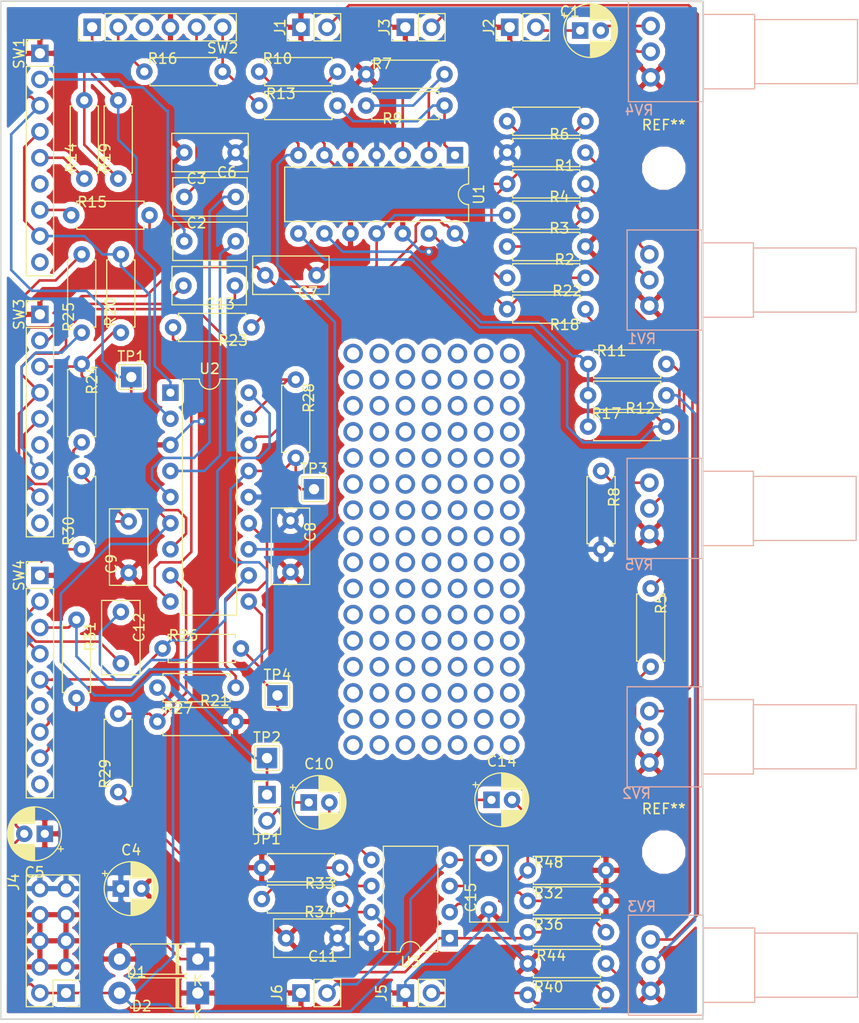
<source format=kicad_pcb>
(kicad_pcb (version 20171130) (host pcbnew "(5.0.0-3-g5ebb6b6)")
  (layers (0 F.Cu signal) (31 B.Cu signal) (34 B.Paste user) (35 F.Paste user) (36 B.SilkS user) (37 F.SilkS user) (38 B.Mask user) (39 F.Mask user) (44 Edge.Cuts user))
  (net 0 "")
  (net 1 "Net-(C1-Pad2)")
  (net 2 "Net-(C1-Pad1)")
  (net 3 "Net-(C2-Pad1)")
  (net 4 "Net-(C2-Pad2)")
  (net 5 "Net-(C3-Pad2)")
  (net 6 "Net-(C3-Pad1)")
  (net 7 +12V)
  (net 8 GND)
  (net 9 -12V)
  (net 10 "Net-(C12-Pad2)")
  (net 11 "Net-(C12-Pad1)")
  (net 12 "Net-(C13-Pad1)")
  (net 13 "Net-(C13-Pad2)")
  (net 14 "Net-(C14-Pad1)")
  (net 15 "Net-(C14-Pad2)")
  (net 16 "Net-(R1-Pad2)")
  (net 17 "Net-(R2-Pad2)")
  (net 18 "Net-(R10-Pad2)")
  (net 19 "Net-(R4-Pad1)")
  (net 20 "Net-(R5-Pad1)")
  (net 21 "Net-(R7-Pad2)")
  (net 22 "Net-(R8-Pad1)")
  (net 23 "Net-(R13-Pad2)")
  (net 24 "Net-(R10-Pad1)")
  (net 25 "Net-(R11-Pad2)")
  (net 26 "Net-(R11-Pad1)")
  (net 27 "Net-(R12-Pad1)")
  (net 28 "Net-(R13-Pad1)")
  (net 29 "Net-(R14-Pad1)")
  (net 30 "Net-(R15-Pad1)")
  (net 31 "Net-(R16-Pad1)")
  (net 32 "Net-(R17-Pad2)")
  (net 33 "Net-(R18-Pad2)")
  (net 34 "Net-(R19-Pad2)")
  (net 35 "Net-(R20-Pad2)")
  (net 36 "Net-(R21-Pad2)")
  (net 37 "Net-(R22-Pad1)")
  (net 38 "Net-(R23-Pad1)")
  (net 39 "Net-(R24-Pad2)")
  (net 40 "Net-(R25-Pad1)")
  (net 41 "Net-(R26-Pad1)")
  (net 42 "Net-(R27-Pad1)")
  (net 43 "Net-(R28-Pad1)")
  (net 44 "Net-(R29-Pad1)")
  (net 45 "Net-(R30-Pad1)")
  (net 46 "Net-(R31-Pad2)")
  (net 47 "Net-(R32-Pad1)")
  (net 48 "Net-(R33-Pad1)")
  (net 49 "Net-(RV4-Pad2)")
  (net 50 "Net-(R14-Pad2)")
  (net 51 "Net-(R28-Pad2)")
  (net 52 "Net-(C10-Pad1)")
  (net 53 "Net-(C10-Pad2)")
  (net 54 "Net-(JP1-Pad1)")
  (net 55 "Net-(J1-Pad2)")
  (net 56 "Net-(J3-Pad2)")
  (net 57 "Net-(J5-Pad2)")
  (net 58 "Net-(J6-Pad2)")
  (module MountingHole:MountingHole_3.2mm_M3 (layer F.Cu) (at 152.146 123.444)
    (fp_text reference REF** (at 0 -4.2) (layer F.SilkS))
    (fp_text value " ")
    (pad 1 np_thru_hole circle (at 0 0) (size 3.2 3.2) (drill 3.2) (layers *.Cu *.Mask))
  )
  (module Capacitor_THT:CP_Radial_D5.0mm_P2.00mm (layer F.Cu) (at 144.018 43.5)
    (fp_text reference C1 (at -1.016 -1.844) (layer F.SilkS))
    (fp_text value 2.2uF)
    (pad 2 thru_hole circle (at 2 0) (size 1.6 1.6) (drill 0.8) (layers *.Cu *.Mask) (net 1 "Net-(C1-Pad2)"))
    (pad 1 thru_hole rect (at 0 0) (size 1.6 1.6) (drill 0.8) (layers *.Cu *.Mask) (net 2 "Net-(C1-Pad1)"))
  )
  (module Capacitor_THT:C_Rect_L7.0mm_W3.5mm_P5.00mm (layer F.Cu) (at 110.49 64.008 180)
    (fp_text reference C2 (at 3.81 1.778 180) (layer F.SilkS))
    (fp_text value 150p)
    (pad 1 thru_hole circle (at 0 0 180) (size 1.6 1.6) (drill 0.8) (layers *.Cu *.Mask) (net 3 "Net-(C2-Pad1)"))
    (pad 2 thru_hole circle (at 5 0 180) (size 1.6 1.6) (drill 0.8) (layers *.Cu *.Mask) (net 4 "Net-(C2-Pad2)"))
  )
  (module Capacitor_THT:C_Rect_L7.0mm_W3.5mm_P5.00mm (layer F.Cu) (at 110.49 59.69 180)
    (fp_text reference C3 (at 3.81 1.778 180) (layer F.SilkS))
    (fp_text value 150p)
    (pad 2 thru_hole circle (at 5 0 180) (size 1.6 1.6) (drill 0.8) (layers *.Cu *.Mask) (net 5 "Net-(C3-Pad2)"))
    (pad 1 thru_hole circle (at 0 0 180) (size 1.6 1.6) (drill 0.8) (layers *.Cu *.Mask) (net 6 "Net-(C3-Pad1)"))
  )
  (module Capacitor_THT:CP_Radial_D5.0mm_P2.00mm (layer F.Cu) (at 99.314 127)
    (fp_text reference C4 (at 1 -3.75) (layer F.SilkS))
    (fp_text value 10uF)
    (pad 1 thru_hole rect (at 0 0) (size 1.6 1.6) (drill 0.8) (layers *.Cu *.Mask) (net 7 +12V))
    (pad 2 thru_hole circle (at 2 0) (size 1.6 1.6) (drill 0.8) (layers *.Cu *.Mask) (net 8 GND))
  )
  (module Capacitor_THT:CP_Radial_D5.0mm_P2.00mm (layer F.Cu) (at 91.916 121.666 180)
    (fp_text reference C5 (at 1 -3.75 180) (layer F.SilkS))
    (fp_text value 10uF)
    (pad 2 thru_hole circle (at 2 0 180) (size 1.6 1.6) (drill 0.8) (layers *.Cu *.Mask) (net 9 -12V))
    (pad 1 thru_hole rect (at 0 0 180) (size 1.6 1.6) (drill 0.8) (layers *.Cu *.Mask) (net 8 GND))
  )
  (module Capacitor_THT:C_Rect_L7.2mm_W3.5mm_P5.00mm_FKS2_FKP2_MKS2_MKP2 (layer F.Cu) (at 110.49 55.372 180)
    (fp_text reference C6 (at 0.856 -1.936 180) (layer F.SilkS))
    (fp_text value 100nF)
    (pad 2 thru_hole circle (at 5 0 180) (size 1.6 1.6) (drill 0.8) (layers *.Cu *.Mask) (net 8 GND))
    (pad 1 thru_hole circle (at 0 0 180) (size 1.6 1.6) (drill 0.8) (layers *.Cu *.Mask) (net 7 +12V))
  )
  (module Capacitor_THT:C_Rect_L7.2mm_W3.5mm_P5.00mm_FKS2_FKP2_MKS2_MKP2 (layer F.Cu) (at 118.364 67.31 180)
    (fp_text reference C7 (at 0.856 -1.682 180) (layer F.SilkS))
    (fp_text value 100nF)
    (pad 1 thru_hole circle (at 0 0 180) (size 1.6 1.6) (drill 0.8) (layers *.Cu *.Mask) (net 8 GND))
    (pad 2 thru_hole circle (at 5 0 180) (size 1.6 1.6) (drill 0.8) (layers *.Cu *.Mask) (net 9 -12V))
  )
  (module Capacitor_THT:C_Rect_L7.2mm_W3.5mm_P5.00mm_FKS2_FKP2_MKS2_MKP2 (layer F.Cu) (at 115.824 91.186 270)
    (fp_text reference C8 (at 1.11 -1.936 270) (layer F.SilkS))
    (fp_text value 100nF)
    (pad 2 thru_hole circle (at 5 0 270) (size 1.6 1.6) (drill 0.8) (layers *.Cu *.Mask) (net 8 GND))
    (pad 1 thru_hole circle (at 0 0 270) (size 1.6 1.6) (drill 0.8) (layers *.Cu *.Mask) (net 7 +12V))
  )
  (module Capacitor_THT:C_Rect_L7.2mm_W3.5mm_P5.00mm_FKS2_FKP2_MKS2_MKP2 (layer F.Cu) (at 100.076 96.266 90)
    (fp_text reference C9 (at 0.856 -1.682 90) (layer F.SilkS))
    (fp_text value 100nF)
    (pad 1 thru_hole circle (at 0 0 90) (size 1.6 1.6) (drill 0.8) (layers *.Cu *.Mask) (net 8 GND))
    (pad 2 thru_hole circle (at 5 0 90) (size 1.6 1.6) (drill 0.8) (layers *.Cu *.Mask) (net 9 -12V))
  )
  (module Capacitor_THT:C_Rect_L7.0mm_W3.5mm_P5.00mm (layer F.Cu) (at 99.314 100.076 270)
    (fp_text reference C12 (at 1.524 -1.778 270) (layer F.SilkS))
    (fp_text value 150p)
    (pad 2 thru_hole circle (at 5 0 270) (size 1.6 1.6) (drill 0.8) (layers *.Cu *.Mask) (net 10 "Net-(C12-Pad2)"))
    (pad 1 thru_hole circle (at 0 0 270) (size 1.6 1.6) (drill 0.8) (layers *.Cu *.Mask) (net 11 "Net-(C12-Pad1)"))
  )
  (module Capacitor_THT:C_Rect_L7.0mm_W3.5mm_P5.00mm (layer F.Cu) (at 105.41 68.326)
    (fp_text reference C13 (at 3.556 1.778) (layer F.SilkS))
    (fp_text value 150p)
    (pad 1 thru_hole circle (at 0 0) (size 1.6 1.6) (drill 0.8) (layers *.Cu *.Mask) (net 12 "Net-(C13-Pad1)"))
    (pad 2 thru_hole circle (at 5 0) (size 1.6 1.6) (drill 0.8) (layers *.Cu *.Mask) (net 13 "Net-(C13-Pad2)"))
  )
  (module Capacitor_THT:CP_Radial_D5.0mm_P2.00mm (layer F.Cu) (at 135.382 118.364)
    (fp_text reference C14 (at 1 -3.75) (layer F.SilkS))
    (fp_text value 2.2uF)
    (pad 1 thru_hole rect (at 0 0) (size 1.6 1.6) (drill 0.8) (layers *.Cu *.Mask) (net 14 "Net-(C14-Pad1)"))
    (pad 2 thru_hole circle (at 2 0) (size 1.6 1.6) (drill 0.8) (layers *.Cu *.Mask) (net 15 "Net-(C14-Pad2)"))
  )
  (module Connector_PinHeader_2.54mm:PinHeader_2x05_P2.54mm_Vertical (layer F.Cu) (at 93.98 137.16 180)
    (fp_text reference J4 (at 5.08 10.795 270) (layer F.SilkS))
    (fp_text value EUROPOWER)
    (pad 1 thru_hole rect (at 0 0 180) (size 1.7 1.7) (drill 1) (layers *.Cu *.Mask) (net 9 -12V))
    (pad 2 thru_hole oval (at 2.54 0 180) (size 1.7 1.7) (drill 1) (layers *.Cu *.Mask) (net 9 -12V))
    (pad 3 thru_hole oval (at 0 2.54 180) (size 1.7 1.7) (drill 1) (layers *.Cu *.Mask) (net 8 GND))
    (pad 4 thru_hole oval (at 2.54 2.54 180) (size 1.7 1.7) (drill 1) (layers *.Cu *.Mask) (net 8 GND))
    (pad 5 thru_hole oval (at 0 5.08 180) (size 1.7 1.7) (drill 1) (layers *.Cu *.Mask) (net 8 GND))
    (pad 6 thru_hole oval (at 2.54 5.08 180) (size 1.7 1.7) (drill 1) (layers *.Cu *.Mask) (net 8 GND))
    (pad 7 thru_hole oval (at 0 7.62 180) (size 1.7 1.7) (drill 1) (layers *.Cu *.Mask) (net 8 GND))
    (pad 8 thru_hole oval (at 2.54 7.62 180) (size 1.7 1.7) (drill 1) (layers *.Cu *.Mask) (net 8 GND))
    (pad 9 thru_hole oval (at 0 10.16 180) (size 1.7 1.7) (drill 1) (layers *.Cu *.Mask) (net 7 +12V))
    (pad 10 thru_hole oval (at 2.54 10.16 180) (size 1.7 1.7) (drill 1) (layers *.Cu *.Mask) (net 7 +12V))
  )
  (module Resistor_THT:R_Axial_DIN0207_L6.3mm_D2.5mm_P7.62mm_Horizontal (layer F.Cu) (at 136.906 55.372)
    (fp_text reference R1 (at 5.588 1.27) (layer F.SilkS))
    (fp_text value 120k)
    (pad 2 thru_hole oval (at 7.62 0) (size 1.6 1.6) (drill 0.8) (layers *.Cu *.Mask) (net 16 "Net-(R1-Pad2)"))
    (pad 1 thru_hole circle (at 0 0) (size 1.6 1.6) (drill 0.8) (layers *.Cu *.Mask) (net 7 +12V))
  )
  (module Resistor_THT:R_Axial_DIN0207_L6.3mm_D2.5mm_P7.62mm_Horizontal (layer F.Cu) (at 144.526 64.516 180)
    (fp_text reference R2 (at 2.032 -1.27 180) (layer F.SilkS))
    (fp_text value 68k)
    (pad 1 thru_hole circle (at 0 0 180) (size 1.6 1.6) (drill 0.8) (layers *.Cu *.Mask) (net 8 GND))
    (pad 2 thru_hole oval (at 7.62 0 180) (size 1.6 1.6) (drill 0.8) (layers *.Cu *.Mask) (net 17 "Net-(R2-Pad2)"))
  )
  (module Resistor_THT:R_Axial_DIN0207_L6.3mm_D2.5mm_P7.62mm_Horizontal (layer F.Cu) (at 144.526 61.468 180)
    (fp_text reference R3 (at 2.54 -1.27 180) (layer F.SilkS))
    (fp_text value 56k)
    (pad 2 thru_hole oval (at 7.62 0 180) (size 1.6 1.6) (drill 0.8) (layers *.Cu *.Mask) (net 9 -12V))
    (pad 1 thru_hole circle (at 0 0 180) (size 1.6 1.6) (drill 0.8) (layers *.Cu *.Mask) (net 17 "Net-(R2-Pad2)"))
  )
  (module Resistor_THT:R_Axial_DIN0207_L6.3mm_D2.5mm_P7.62mm_Horizontal (layer F.Cu) (at 144.526 58.42 180)
    (fp_text reference R4 (at 2.54 -1.27 180) (layer F.SilkS))
    (fp_text value 100k)
    (pad 2 thru_hole oval (at 7.62 0 180) (size 1.6 1.6) (drill 0.8) (layers *.Cu *.Mask) (net 18 "Net-(R10-Pad2)"))
    (pad 1 thru_hole circle (at 0 0 180) (size 1.6 1.6) (drill 0.8) (layers *.Cu *.Mask) (net 19 "Net-(R4-Pad1)"))
  )
  (module Resistor_THT:R_Axial_DIN0207_L6.3mm_D2.5mm_P7.62mm_Horizontal (layer F.Cu) (at 150.876 105.41 90)
    (fp_text reference R5 (at 6.096 1.016 90) (layer F.SilkS))
    (fp_text value 100k)
    (pad 1 thru_hole circle (at 0 0 90) (size 1.6 1.6) (drill 0.8) (layers *.Cu *.Mask) (net 20 "Net-(R5-Pad1)"))
    (pad 2 thru_hole oval (at 7.62 0 90) (size 1.6 1.6) (drill 0.8) (layers *.Cu *.Mask) (net 18 "Net-(R10-Pad2)"))
  )
  (module Resistor_THT:R_Axial_DIN0207_L6.3mm_D2.5mm_P7.62mm_Horizontal (layer F.Cu) (at 144.526 52.324 180)
    (fp_text reference R6 (at 2.54 -1.27 180) (layer F.SilkS))
    (fp_text value 100k)
    (pad 1 thru_hole circle (at 0 0 180) (size 1.6 1.6) (drill 0.8) (layers *.Cu *.Mask) (net 17 "Net-(R2-Pad2)"))
    (pad 2 thru_hole oval (at 7.62 0 180) (size 1.6 1.6) (drill 0.8) (layers *.Cu *.Mask) (net 18 "Net-(R10-Pad2)"))
  )
  (module Resistor_THT:R_Axial_DIN0207_L6.3mm_D2.5mm_P7.62mm_Horizontal (layer F.Cu) (at 123.19 47.752)
    (fp_text reference R7 (at 1.524 -1.016) (layer F.SilkS))
    (fp_text value 100k)
    (pad 2 thru_hole oval (at 7.62 0) (size 1.6 1.6) (drill 0.8) (layers *.Cu *.Mask) (net 21 "Net-(R7-Pad2)"))
    (pad 1 thru_hole circle (at 0 0) (size 1.6 1.6) (drill 0.8) (layers *.Cu *.Mask) (net 8 GND))
  )
  (module Resistor_THT:R_Axial_DIN0207_L6.3mm_D2.5mm_P7.62mm_Horizontal (layer F.Cu) (at 146.05 86.36 270)
    (fp_text reference R8 (at 2.54 -1.27 270) (layer F.SilkS))
    (fp_text value 120k)
    (pad 2 thru_hole oval (at 7.62 0 270) (size 1.6 1.6) (drill 0.8) (layers *.Cu *.Mask) (net 7 +12V))
    (pad 1 thru_hole circle (at 0 0 270) (size 1.6 1.6) (drill 0.8) (layers *.Cu *.Mask) (net 22 "Net-(R8-Pad1)"))
  )
  (module Resistor_THT:R_Axial_DIN0207_L6.3mm_D2.5mm_P7.62mm_Horizontal (layer F.Cu) (at 130.81 50.8 180)
    (fp_text reference R9 (at 5.08 -1.27 180) (layer F.SilkS))
    (fp_text value 220k)
    (pad 2 thru_hole oval (at 7.62 0 180) (size 1.6 1.6) (drill 0.8) (layers *.Cu *.Mask) (net 21 "Net-(R7-Pad2)"))
    (pad 1 thru_hole circle (at 0 0 180) (size 1.6 1.6) (drill 0.8) (layers *.Cu *.Mask) (net 23 "Net-(R13-Pad2)"))
  )
  (module Resistor_THT:R_Axial_DIN0207_L6.3mm_D2.5mm_P7.62mm_Horizontal (layer F.Cu) (at 112.776 47.498)
    (fp_text reference R10 (at 1.778 -1.27) (layer F.SilkS))
    (fp_text value 3.9k)
    (pad 1 thru_hole circle (at 0 0) (size 1.6 1.6) (drill 0.8) (layers *.Cu *.Mask) (net 24 "Net-(R10-Pad1)"))
    (pad 2 thru_hole oval (at 7.62 0) (size 1.6 1.6) (drill 0.8) (layers *.Cu *.Mask) (net 18 "Net-(R10-Pad2)"))
  )
  (module Resistor_THT:R_Axial_DIN0207_L6.3mm_D2.5mm_P7.62mm_Horizontal (layer F.Cu) (at 152.4 75.946 180)
    (fp_text reference R11 (at 5.334 1.27 180) (layer F.SilkS))
    (fp_text value 100k)
    (pad 2 thru_hole oval (at 7.62 0 180) (size 1.6 1.6) (drill 0.8) (layers *.Cu *.Mask) (net 25 "Net-(R11-Pad2)"))
    (pad 1 thru_hole circle (at 0 0 180) (size 1.6 1.6) (drill 0.8) (layers *.Cu *.Mask) (net 26 "Net-(R11-Pad1)"))
  )
  (module Resistor_THT:R_Axial_DIN0207_L6.3mm_D2.5mm_P7.62mm_Horizontal (layer F.Cu) (at 152.4 78.994 180)
    (fp_text reference R12 (at 2.54 -1.27 180) (layer F.SilkS))
    (fp_text value 100k)
    (pad 2 thru_hole oval (at 7.62 0 180) (size 1.6 1.6) (drill 0.8) (layers *.Cu *.Mask) (net 25 "Net-(R11-Pad2)"))
    (pad 1 thru_hole circle (at 0 0 180) (size 1.6 1.6) (drill 0.8) (layers *.Cu *.Mask) (net 27 "Net-(R12-Pad1)"))
  )
  (module Resistor_THT:R_Axial_DIN0207_L6.3mm_D2.5mm_P7.62mm_Horizontal (layer F.Cu) (at 112.776 50.8)
    (fp_text reference R13 (at 2.108 -1.152) (layer F.SilkS))
    (fp_text value 100k)
    (pad 1 thru_hole circle (at 0 0) (size 1.6 1.6) (drill 0.8) (layers *.Cu *.Mask) (net 28 "Net-(R13-Pad1)"))
    (pad 2 thru_hole oval (at 7.62 0) (size 1.6 1.6) (drill 0.8) (layers *.Cu *.Mask) (net 23 "Net-(R13-Pad2)"))
  )
  (module Resistor_THT:R_Axial_DIN0207_L6.3mm_D2.5mm_P7.62mm_Horizontal (layer F.Cu) (at 95.758 57.912 90)
    (fp_text reference R14 (at 2.032 -1.27 90) (layer F.SilkS))
    (fp_text value 91k)
    (pad 1 thru_hole circle (at 0 0 90) (size 1.6 1.6) (drill 0.8) (layers *.Cu *.Mask) (net 29 "Net-(R14-Pad1)"))
    (pad 2 thru_hole oval (at 7.62 0 90) (size 1.6 1.6) (drill 0.8) (layers *.Cu *.Mask) (net 50 "Net-(R14-Pad2)"))
  )
  (module Resistor_THT:R_Axial_DIN0207_L6.3mm_D2.5mm_P7.62mm_Horizontal (layer F.Cu) (at 94.488 61.468)
    (fp_text reference R15 (at 2.032 -1.27) (layer F.SilkS))
    (fp_text value 220k)
    (pad 1 thru_hole circle (at 0 0) (size 1.6 1.6) (drill 0.8) (layers *.Cu *.Mask) (net 30 "Net-(R15-Pad1)"))
    (pad 2 thru_hole oval (at 7.62 0) (size 1.6 1.6) (drill 0.8) (layers *.Cu *.Mask) (net 9 -12V))
  )
  (module Resistor_THT:R_Axial_DIN0207_L6.3mm_D2.5mm_P7.62mm_Horizontal (layer F.Cu) (at 101.6 47.498)
    (fp_text reference R16 (at 1.778 -1.27) (layer F.SilkS))
    (fp_text value 91k)
    (pad 2 thru_hole oval (at 7.62 0) (size 1.6 1.6) (drill 0.8) (layers *.Cu *.Mask) (net 28 "Net-(R13-Pad1)"))
    (pad 1 thru_hole circle (at 0 0) (size 1.6 1.6) (drill 0.8) (layers *.Cu *.Mask) (net 31 "Net-(R16-Pad1)"))
  )
  (module Resistor_THT:R_Axial_DIN0207_L6.3mm_D2.5mm_P7.62mm_Horizontal (layer F.Cu) (at 144.78 82.042)
    (fp_text reference R17 (at 1.778 -1.27) (layer F.SilkS))
    (fp_text value 100k)
    (pad 1 thru_hole circle (at 0 0) (size 1.6 1.6) (drill 0.8) (layers *.Cu *.Mask) (net 25 "Net-(R11-Pad2)"))
    (pad 2 thru_hole oval (at 7.62 0) (size 1.6 1.6) (drill 0.8) (layers *.Cu *.Mask) (net 32 "Net-(R17-Pad2)"))
  )
  (module Resistor_THT:R_Axial_DIN0207_L6.3mm_D2.5mm_P7.62mm_Horizontal (layer F.Cu) (at 144.526 70.612 180)
    (fp_text reference R18 (at 2.032 -1.524 180) (layer F.SilkS))
    (fp_text value 100k)
    (pad 1 thru_hole circle (at 0 0 180) (size 1.6 1.6) (drill 0.8) (layers *.Cu *.Mask) (net 32 "Net-(R17-Pad2)"))
    (pad 2 thru_hole oval (at 7.62 0 180) (size 1.6 1.6) (drill 0.8) (layers *.Cu *.Mask) (net 33 "Net-(R18-Pad2)"))
  )
  (module Resistor_THT:R_Axial_DIN0207_L6.3mm_D2.5mm_P7.62mm_Horizontal (layer F.Cu) (at 99.06 57.912 90)
    (fp_text reference R19 (at 2.032 -1.27 90) (layer F.SilkS))
    (fp_text value 100k)
    (pad 1 thru_hole circle (at 0 0 90) (size 1.6 1.6) (drill 0.8) (layers *.Cu *.Mask) (net 50 "Net-(R14-Pad2)"))
    (pad 2 thru_hole oval (at 7.62 0 90) (size 1.6 1.6) (drill 0.8) (layers *.Cu *.Mask) (net 34 "Net-(R19-Pad2)"))
  )
  (module Resistor_THT:R_Axial_DIN0207_L6.3mm_D2.5mm_P7.62mm_Horizontal (layer F.Cu) (at 99.314 72.898 90)
    (fp_text reference R20 (at 2.032 -1.016 90) (layer F.SilkS))
    (fp_text value 100k)
    (pad 2 thru_hole oval (at 7.62 0 90) (size 1.6 1.6) (drill 0.8) (layers *.Cu *.Mask) (net 35 "Net-(R20-Pad2)"))
    (pad 1 thru_hole circle (at 0 0 90) (size 1.6 1.6) (drill 0.8) (layers *.Cu *.Mask) (net 54 "Net-(JP1-Pad1)"))
  )
  (module Resistor_THT:R_Axial_DIN0207_L6.3mm_D2.5mm_P7.62mm_Horizontal (layer F.Cu) (at 102.87 107.442)
    (fp_text reference R21 (at 5.588 1.27) (layer F.SilkS))
    (fp_text value 1.2k)
    (pad 1 thru_hole circle (at 0 0) (size 1.6 1.6) (drill 0.8) (layers *.Cu *.Mask) (net 9 -12V))
    (pad 2 thru_hole oval (at 7.62 0) (size 1.6 1.6) (drill 0.8) (layers *.Cu *.Mask) (net 36 "Net-(R21-Pad2)"))
  )
  (module Resistor_THT:R_Axial_DIN0207_L6.3mm_D2.5mm_P7.62mm_Horizontal (layer F.Cu) (at 136.906 67.564)
    (fp_text reference R22 (at 5.842 1.27) (layer F.SilkS))
    (fp_text value 100k)
    (pad 2 thru_hole oval (at 7.62 0) (size 1.6 1.6) (drill 0.8) (layers *.Cu *.Mask) (net 33 "Net-(R18-Pad2)"))
    (pad 1 thru_hole circle (at 0 0) (size 1.6 1.6) (drill 0.8) (layers *.Cu *.Mask) (net 37 "Net-(R22-Pad1)"))
  )
  (module Resistor_THT:R_Axial_DIN0207_L6.3mm_D2.5mm_P7.62mm_Horizontal (layer F.Cu) (at 104.394 72.39)
    (fp_text reference R23 (at 5.842 1.27) (layer F.SilkS))
    (fp_text value 56k)
    (pad 2 thru_hole oval (at 7.62 0) (size 1.6 1.6) (drill 0.8) (layers *.Cu *.Mask) (net 37 "Net-(R22-Pad1)"))
    (pad 1 thru_hole circle (at 0 0) (size 1.6 1.6) (drill 0.8) (layers *.Cu *.Mask) (net 38 "Net-(R23-Pad1)"))
  )
  (module Resistor_THT:R_Axial_DIN0207_L6.3mm_D2.5mm_P7.62mm_Horizontal (layer F.Cu) (at 95.504 75.946 270)
    (fp_text reference R24 (at 1.524 -1.016 270) (layer F.SilkS))
    (fp_text value 91k)
    (pad 1 thru_hole circle (at 0 0 270) (size 1.6 1.6) (drill 0.8) (layers *.Cu *.Mask) (net 54 "Net-(JP1-Pad1)"))
    (pad 2 thru_hole oval (at 7.62 0 270) (size 1.6 1.6) (drill 0.8) (layers *.Cu *.Mask) (net 39 "Net-(R24-Pad2)"))
  )
  (module Resistor_THT:R_Axial_DIN0207_L6.3mm_D2.5mm_P7.62mm_Horizontal (layer F.Cu) (at 95.504 72.898 90)
    (fp_text reference R25 (at 1.524 -1.27 90) (layer F.SilkS))
    (fp_text value 220k)
    (pad 2 thru_hole oval (at 7.62 0 90) (size 1.6 1.6) (drill 0.8) (layers *.Cu *.Mask) (net 9 -12V))
    (pad 1 thru_hole circle (at 0 0 90) (size 1.6 1.6) (drill 0.8) (layers *.Cu *.Mask) (net 40 "Net-(R25-Pad1)"))
  )
  (module Resistor_THT:R_Axial_DIN0207_L6.3mm_D2.5mm_P7.62mm_Horizontal (layer F.Cu) (at 103.378 103.632)
    (fp_text reference R26 (at 2.032 -1.27) (layer F.SilkS))
    (fp_text value 100k)
    (pad 2 thru_hole oval (at 7.62 0) (size 1.6 1.6) (drill 0.8) (layers *.Cu *.Mask) (net 14 "Net-(C14-Pad1)"))
    (pad 1 thru_hole circle (at 0 0) (size 1.6 1.6) (drill 0.8) (layers *.Cu *.Mask) (net 41 "Net-(R26-Pad1)"))
  )
  (module Resistor_THT:R_Axial_DIN0207_L6.3mm_D2.5mm_P7.62mm_Horizontal (layer F.Cu) (at 102.87 110.744)
    (fp_text reference R27 (at 2.032 -1.27) (layer F.SilkS))
    (fp_text value 3k)
    (pad 1 thru_hole circle (at 0 0) (size 1.6 1.6) (drill 0.8) (layers *.Cu *.Mask) (net 42 "Net-(R27-Pad1)"))
    (pad 2 thru_hole oval (at 7.62 0) (size 1.6 1.6) (drill 0.8) (layers *.Cu *.Mask) (net 8 GND))
  )
  (module Resistor_THT:R_Axial_DIN0207_L6.3mm_D2.5mm_P7.62mm_Horizontal (layer F.Cu) (at 116.332 77.47 270)
    (fp_text reference R28 (at 1.778 -1.27 270) (layer F.SilkS))
    (fp_text value 100k)
    (pad 2 thru_hole oval (at 7.62 0 270) (size 1.6 1.6) (drill 0.8) (layers *.Cu *.Mask) (net 51 "Net-(R28-Pad2)"))
    (pad 1 thru_hole circle (at 0 0 270) (size 1.6 1.6) (drill 0.8) (layers *.Cu *.Mask) (net 43 "Net-(R28-Pad1)"))
  )
  (module Resistor_THT:R_Axial_DIN0207_L6.3mm_D2.5mm_P7.62mm_Horizontal (layer F.Cu) (at 99.06 117.602 90)
    (fp_text reference R29 (at 1.778 -1.27 90) (layer F.SilkS))
    (fp_text value 51k)
    (pad 1 thru_hole circle (at 0 0 90) (size 1.6 1.6) (drill 0.8) (layers *.Cu *.Mask) (net 44 "Net-(R29-Pad1)"))
    (pad 2 thru_hole oval (at 7.62 0 90) (size 1.6 1.6) (drill 0.8) (layers *.Cu *.Mask) (net 42 "Net-(R27-Pad1)"))
  )
  (module Resistor_THT:R_Axial_DIN0207_L6.3mm_D2.5mm_P7.62mm_Horizontal (layer F.Cu) (at 95.504 93.98 90)
    (fp_text reference R30 (at 1.778 -1.27 90) (layer F.SilkS))
    (fp_text value 220k)
    (pad 1 thru_hole circle (at 0 0 90) (size 1.6 1.6) (drill 0.8) (layers *.Cu *.Mask) (net 45 "Net-(R30-Pad1)"))
    (pad 2 thru_hole oval (at 7.62 0 90) (size 1.6 1.6) (drill 0.8) (layers *.Cu *.Mask) (net 9 -12V))
  )
  (module Resistor_THT:R_Axial_DIN0207_L6.3mm_D2.5mm_P7.62mm_Horizontal (layer F.Cu) (at 94.996 100.838 270)
    (fp_text reference R31 (at 1.636999 -1.343001 270) (layer F.SilkS))
    (fp_text value 91k)
    (pad 1 thru_hole circle (at 0 0 270) (size 1.6 1.6) (drill 0.8) (layers *.Cu *.Mask) (net 51 "Net-(R28-Pad2)"))
    (pad 2 thru_hole oval (at 7.62 0 270) (size 1.6 1.6) (drill 0.8) (layers *.Cu *.Mask) (net 46 "Net-(R31-Pad2)"))
  )
  (module Resistor_THT:R_Axial_DIN0207_L6.3mm_D2.5mm_P7.62mm_Horizontal (layer F.Cu) (at 138.906 128.196)
    (fp_text reference R32 (at 2.032 -0.762) (layer F.SilkS))
    (fp_text value 100k)
    (pad 2 thru_hole oval (at 7.62 0) (size 1.6 1.6) (drill 0.8) (layers *.Cu *.Mask) (net 8 GND))
    (pad 1 thru_hole circle (at 0 0) (size 1.6 1.6) (drill 0.8) (layers *.Cu *.Mask) (net 47 "Net-(R32-Pad1)"))
  )
  (module Resistor_THT:R_Axial_DIN0207_L6.3mm_D2.5mm_P7.62mm_Horizontal (layer F.Cu) (at 138.906 131.244)
    (fp_text reference R36 (at 2.032 -0.762) (layer F.SilkS))
    (fp_text value 240k)
    (pad 1 thru_hole circle (at 0 0) (size 1.6 1.6) (drill 0.8) (layers *.Cu *.Mask) (net 44 "Net-(R29-Pad1)"))
    (pad 2 thru_hole oval (at 7.62 0) (size 1.6 1.6) (drill 0.8) (layers *.Cu *.Mask) (net 47 "Net-(R32-Pad1)"))
  )
  (module Resistor_THT:R_Axial_DIN0207_L6.3mm_D2.5mm_P7.62mm_Horizontal (layer F.Cu) (at 138.906 137.34)
    (fp_text reference R40 (at 2.032 -0.762) (layer F.SilkS))
    (fp_text value 2.2k)
    (pad 2 thru_hole oval (at 7.62 0) (size 1.6 1.6) (drill 0.8) (layers *.Cu *.Mask) (net 44 "Net-(R29-Pad1)"))
    (pad 1 thru_hole circle (at 0 0) (size 1.6 1.6) (drill 0.8) (layers *.Cu *.Mask) (net 57 "Net-(J5-Pad2)"))
  )
  (module Resistor_THT:R_Axial_DIN0207_L6.3mm_D2.5mm_P7.62mm_Horizontal (layer F.Cu) (at 138.906 134.292)
    (fp_text reference R44 (at 2.286 -0.762) (layer F.SilkS))
    (fp_text value 2.2k)
    (pad 1 thru_hole circle (at 0 0) (size 1.6 1.6) (drill 0.8) (layers *.Cu *.Mask) (net 8 GND))
    (pad 2 thru_hole oval (at 7.62 0) (size 1.6 1.6) (drill 0.8) (layers *.Cu *.Mask) (net 57 "Net-(J5-Pad2)"))
  )
  (module Resistor_THT:R_Axial_DIN0207_L6.3mm_D2.5mm_P7.62mm_Horizontal (layer F.Cu) (at 138.906 125.222)
    (fp_text reference R48 (at 2.032 -0.762) (layer F.SilkS))
    (fp_text value 68k)
    (pad 2 thru_hole oval (at 7.62 0) (size 1.6 1.6) (drill 0.8) (layers *.Cu *.Mask) (net 8 GND))
    (pad 1 thru_hole circle (at 0 0) (size 1.6 1.6) (drill 0.8) (layers *.Cu *.Mask) (net 15 "Net-(C14-Pad2)"))
  )
  (module Package_DIP:DIP-14_W7.62mm (layer F.Cu) (at 131.826 55.626 270)
    (fp_text reference U1 (at 3.81 -2.33 270) (layer F.SilkS))
    (fp_text value TL074)
    (pad 1 thru_hole rect (at 0 0 270) (size 1.6 1.6) (drill 0.8) (layers *.Cu *.Mask) (net 23 "Net-(R13-Pad2)"))
    (pad 8 thru_hole oval (at 7.62 15.24 270) (size 1.6 1.6) (drill 0.8) (layers *.Cu *.Mask) (net 32 "Net-(R17-Pad2)"))
    (pad 2 thru_hole oval (at 0 2.54 270) (size 1.6 1.6) (drill 0.8) (layers *.Cu *.Mask) (net 21 "Net-(R7-Pad2)"))
    (pad 9 thru_hole oval (at 7.62 12.7 270) (size 1.6 1.6) (drill 0.8) (layers *.Cu *.Mask) (net 25 "Net-(R11-Pad2)"))
    (pad 3 thru_hole oval (at 0 5.08 270) (size 1.6 1.6) (drill 0.8) (layers *.Cu *.Mask) (net 49 "Net-(RV4-Pad2)"))
    (pad 10 thru_hole oval (at 7.62 10.16 270) (size 1.6 1.6) (drill 0.8) (layers *.Cu *.Mask) (net 8 GND))
    (pad 4 thru_hole oval (at 0 7.62 270) (size 1.6 1.6) (drill 0.8) (layers *.Cu *.Mask) (net 7 +12V))
    (pad 11 thru_hole oval (at 7.62 7.62 270) (size 1.6 1.6) (drill 0.8) (layers *.Cu *.Mask) (net 9 -12V))
    (pad 5 thru_hole oval (at 0 10.16 270) (size 1.6 1.6) (drill 0.8) (layers *.Cu *.Mask) (net 8 GND))
    (pad 12 thru_hole oval (at 7.62 5.08 270) (size 1.6 1.6) (drill 0.8) (layers *.Cu *.Mask) (net 8 GND))
    (pad 6 thru_hole oval (at 0 12.7 270) (size 1.6 1.6) (drill 0.8) (layers *.Cu *.Mask) (net 18 "Net-(R10-Pad2)"))
    (pad 13 thru_hole oval (at 7.62 2.54 270) (size 1.6 1.6) (drill 0.8) (layers *.Cu *.Mask) (net 33 "Net-(R18-Pad2)"))
    (pad 7 thru_hole oval (at 0 15.24 270) (size 1.6 1.6) (drill 0.8) (layers *.Cu *.Mask) (net 24 "Net-(R10-Pad1)"))
    (pad 14 thru_hole oval (at 7.62 0 270) (size 1.6 1.6) (drill 0.8) (layers *.Cu *.Mask) (net 37 "Net-(R22-Pad1)"))
  )
  (module Package_DIP:DIP-18_W7.62mm (layer F.Cu) (at 104.14 78.74)
    (fp_text reference U2 (at 3.81 -2.33) (layer F.SilkS))
    (fp_text value AS3320)
    (pad 1 thru_hole rect (at 0 0) (size 1.6 1.6) (drill 0.8) (layers *.Cu *.Mask) (net 34 "Net-(R19-Pad2)"))
    (pad 10 thru_hole oval (at 7.62 20.32) (size 1.6 1.6) (drill 0.8) (layers *.Cu *.Mask) (net 14 "Net-(C14-Pad1)"))
    (pad 2 thru_hole oval (at 0 2.54) (size 1.6 1.6) (drill 0.8) (layers *.Cu *.Mask) (net 35 "Net-(R20-Pad2)"))
    (pad 11 thru_hole oval (at 7.62 17.78) (size 1.6 1.6) (drill 0.8) (layers *.Cu *.Mask) (net 11 "Net-(C12-Pad1)"))
    (pad 3 thru_hole oval (at 0 5.08) (size 1.6 1.6) (drill 0.8) (layers *.Cu *.Mask) (net 8 GND))
    (pad 12 thru_hole oval (at 7.62 15.24) (size 1.6 1.6) (drill 0.8) (layers *.Cu *.Mask) (net 24 "Net-(R10-Pad1)"))
    (pad 4 thru_hole oval (at 0 7.62) (size 1.6 1.6) (drill 0.8) (layers *.Cu *.Mask) (net 3 "Net-(C2-Pad1)"))
    (pad 13 thru_hole oval (at 7.62 12.7) (size 1.6 1.6) (drill 0.8) (layers *.Cu *.Mask) (net 36 "Net-(R21-Pad2)"))
    (pad 5 thru_hole oval (at 0 10.16) (size 1.6 1.6) (drill 0.8) (layers *.Cu *.Mask) (net 6 "Net-(C3-Pad1)"))
    (pad 14 thru_hole oval (at 7.62 10.16) (size 1.6 1.6) (drill 0.8) (layers *.Cu *.Mask) (net 7 +12V))
    (pad 6 thru_hole oval (at 0 12.7) (size 1.6 1.6) (drill 0.8) (layers *.Cu *.Mask) (net 54 "Net-(JP1-Pad1)"))
    (pad 15 thru_hole oval (at 7.62 7.62) (size 1.6 1.6) (drill 0.8) (layers *.Cu *.Mask) (net 51 "Net-(R28-Pad2)"))
    (pad 7 thru_hole oval (at 0 15.24) (size 1.6 1.6) (drill 0.8) (layers *.Cu *.Mask) (net 50 "Net-(R14-Pad2)"))
    (pad 16 thru_hole oval (at 7.62 5.08) (size 1.6 1.6) (drill 0.8) (layers *.Cu *.Mask) (net 13 "Net-(C13-Pad2)"))
    (pad 8 thru_hole oval (at 0 17.78) (size 1.6 1.6) (drill 0.8) (layers *.Cu *.Mask) (net 42 "Net-(R27-Pad1)"))
    (pad 17 thru_hole oval (at 7.62 2.54) (size 1.6 1.6) (drill 0.8) (layers *.Cu *.Mask) (net 43 "Net-(R28-Pad1)"))
    (pad 9 thru_hole oval (at 0 20.32) (size 1.6 1.6) (drill 0.8) (layers *.Cu *.Mask) (net 38 "Net-(R23-Pad1)"))
    (pad 18 thru_hole oval (at 7.62 0) (size 1.6 1.6) (drill 0.8) (layers *.Cu *.Mask) (net 41 "Net-(R26-Pad1)"))
  )
  (module Diode_THT:D_DO-41_SOD81_P7.62mm_Horizontal (layer F.Cu) (at 106.807 133.858 180)
    (fp_text reference D1 (at 5.969 -1.27 180) (layer F.SilkS))
    (fp_text value 1N4001)
    (fp_text user K (at 0 -2.1 180) (layer F.SilkS))
    (pad 2 thru_hole oval (at 7.62 0 180) (size 2.2 2.2) (drill 1.1) (layers *.Cu *.Mask) (net 8 GND))
    (pad 1 thru_hole rect (at 0 0 180) (size 2.2 2.2) (drill 1.1) (layers *.Cu *.Mask) (net 7 +12V))
  )
  (module Diode_THT:D_DO-41_SOD81_P7.62mm_Horizontal (layer F.Cu) (at 106.807 137.16 180)
    (fp_text reference D2 (at 5.461 -1.27 180) (layer F.SilkS))
    (fp_text value 1N4001)
    (fp_text user K (at 0 -2.1 180) (layer F.SilkS))
    (pad 1 thru_hole rect (at 0 0 180) (size 2.2 2.2) (drill 1.1) (layers *.Cu *.Mask) (net 8 GND))
    (pad 2 thru_hole oval (at 7.62 0 180) (size 2.2 2.2) (drill 1.1) (layers *.Cu *.Mask) (net 9 -12V))
  )
  (module Potentiometer_THT:Potentiometer_Alps_RK097_Single_Horizontal (layer B.Cu) (at 150.749 65.278)
    (fp_text reference RV1 (at -0.749 8.222) (layer B.SilkS) (effects (justify mirror)))
    (fp_text value 100k)
    (pad 3 thru_hole circle (at 0 5) (size 1.8 1.8) (drill 1) (layers *.Cu *.Mask) (net 8 GND))
    (pad 2 thru_hole circle (at 0 2.5) (size 1.8 1.8) (drill 1) (layers *.Cu *.Mask) (net 19 "Net-(R4-Pad1)"))
    (pad 1 thru_hole circle (at 0 0) (size 1.8 1.8) (drill 1) (layers *.Cu *.Mask) (net 16 "Net-(R1-Pad2)"))
  )
  (module Potentiometer_THT:Potentiometer_Alps_RK097_Single_Horizontal (layer B.Cu) (at 150.749 109.728)
    (fp_text reference RV2 (at -1.249 8.022) (layer B.SilkS) (effects (justify mirror)))
    (fp_text value 100k)
    (pad 1 thru_hole circle (at 0 0) (size 1.8 1.8) (drill 1) (layers *.Cu *.Mask) (net 56 "Net-(J3-Pad2)"))
    (pad 2 thru_hole circle (at 0 2.5) (size 1.8 1.8) (drill 1) (layers *.Cu *.Mask) (net 20 "Net-(R5-Pad1)"))
    (pad 3 thru_hole circle (at 0 5) (size 1.8 1.8) (drill 1) (layers *.Cu *.Mask) (net 8 GND))
  )
  (module Potentiometer_THT:Potentiometer_Alps_RK097_Single_Horizontal (layer B.Cu) (at 150.876 131.953)
    (fp_text reference RV3 (at -0.876 -3.203) (layer B.SilkS) (effects (justify mirror)))
    (fp_text value 100k)
    (pad 1 thru_hole circle (at 0 0) (size 1.8 1.8) (drill 1) (layers *.Cu *.Mask) (net 55 "Net-(J1-Pad2)"))
    (pad 2 thru_hole circle (at 0 2.5) (size 1.8 1.8) (drill 1) (layers *.Cu *.Mask) (net 27 "Net-(R12-Pad1)"))
    (pad 3 thru_hole circle (at 0 5) (size 1.8 1.8) (drill 1) (layers *.Cu *.Mask) (net 8 GND))
  )
  (module Potentiometer_THT:Potentiometer_Alps_RK097_Single_Horizontal (layer B.Cu) (at 150.876 43.053)
    (fp_text reference RV4 (at -1.126 8.197) (layer B.SilkS) (effects (justify mirror)))
    (fp_text value 100k)
    (pad 3 thru_hole circle (at 0 5) (size 1.8 1.8) (drill 1) (layers *.Cu *.Mask) (net 8 GND))
    (pad 2 thru_hole circle (at 0 2.5) (size 1.8 1.8) (drill 1) (layers *.Cu *.Mask) (net 49 "Net-(RV4-Pad2)"))
    (pad 1 thru_hole circle (at 0 0) (size 1.8 1.8) (drill 1) (layers *.Cu *.Mask) (net 1 "Net-(C1-Pad2)"))
  )
  (module Potentiometer_THT:Potentiometer_Alps_RK097_Single_Horizontal (layer B.Cu) (at 150.749 87.503)
    (fp_text reference RV5 (at -0.999 7.997) (layer B.SilkS) (effects (justify mirror)))
    (fp_text value 100k)
    (pad 3 thru_hole circle (at 0 5) (size 1.8 1.8) (drill 1) (layers *.Cu *.Mask) (net 8 GND))
    (pad 2 thru_hole circle (at 0 2.5) (size 1.8 1.8) (drill 1) (layers *.Cu *.Mask) (net 26 "Net-(R11-Pad1)"))
    (pad 1 thru_hole circle (at 0 0) (size 1.8 1.8) (drill 1) (layers *.Cu *.Mask) (net 22 "Net-(R8-Pad1)"))
  )
  (module Connector_PinHeader_2.54mm:PinHeader_1x09_P2.54mm_Vertical (layer F.Cu) (at 91.44 45.72)
    (fp_text reference SW1 (at -2.032 0 90) (layer F.SilkS))
    (fp_text value LPHP2)
    (pad 9 thru_hole oval (at 0 20.32) (size 1.7 1.7) (drill 1) (layers *.Cu *.Mask))
    (pad 8 thru_hole oval (at 0 17.78) (size 1.7 1.7) (drill 1) (layers *.Cu *.Mask) (net 35 "Net-(R20-Pad2)"))
    (pad 7 thru_hole oval (at 0 15.24) (size 1.7 1.7) (drill 1) (layers *.Cu *.Mask) (net 30 "Net-(R15-Pad1)"))
    (pad 6 thru_hole oval (at 0 12.7) (size 1.7 1.7) (drill 1) (layers *.Cu *.Mask))
    (pad 5 thru_hole oval (at 0 10.16) (size 1.7 1.7) (drill 1) (layers *.Cu *.Mask) (net 29 "Net-(R14-Pad1)"))
    (pad 4 thru_hole oval (at 0 7.62) (size 1.7 1.7) (drill 1) (layers *.Cu *.Mask) (net 35 "Net-(R20-Pad2)"))
    (pad 3 thru_hole oval (at 0 5.08) (size 1.7 1.7) (drill 1) (layers *.Cu *.Mask) (net 50 "Net-(R14-Pad2)"))
    (pad 2 thru_hole oval (at 0 2.54) (size 1.7 1.7) (drill 1) (layers *.Cu *.Mask) (net 4 "Net-(C2-Pad2)"))
    (pad 1 thru_hole rect (at 0 0) (size 1.7 1.7) (drill 1) (layers *.Cu *.Mask) (net 8 GND))
  )
  (module Connector_PinHeader_2.54mm:PinHeader_1x06_P2.54mm_Vertical (layer F.Cu) (at 96.52 43.18 90)
    (fp_text reference SW2 (at -2.032 12.7) (layer F.SilkS))
    (fp_text value LPHP1)
    (pad 1 thru_hole rect (at 0 0 90) (size 1.7 1.7) (drill 1) (layers *.Cu *.Mask) (net 34 "Net-(R19-Pad2)"))
    (pad 2 thru_hole oval (at 0 2.54 90) (size 1.7 1.7) (drill 1) (layers *.Cu *.Mask) (net 31 "Net-(R16-Pad1)"))
    (pad 3 thru_hole oval (at 0 5.08 90) (size 1.7 1.7) (drill 1) (layers *.Cu *.Mask))
    (pad 4 thru_hole oval (at 0 7.62 90) (size 1.7 1.7) (drill 1) (layers *.Cu *.Mask) (net 8 GND))
    (pad 5 thru_hole oval (at 0 10.16 90) (size 1.7 1.7) (drill 1) (layers *.Cu *.Mask) (net 5 "Net-(C3-Pad2)"))
    (pad 6 thru_hole oval (at 0 12.7 90) (size 1.7 1.7) (drill 1) (layers *.Cu *.Mask) (net 28 "Net-(R13-Pad1)"))
  )
  (module Connector_PinHeader_2.54mm:PinHeader_1x09_P2.54mm_Vertical (layer F.Cu) (at 91.44 71.12)
    (fp_text reference SW3 (at -2.032 0 90) (layer F.SilkS))
    (fp_text value LPHP3)
    (pad 1 thru_hole rect (at 0 0) (size 1.7 1.7) (drill 1) (layers *.Cu *.Mask) (net 8 GND))
    (pad 2 thru_hole oval (at 0 2.54) (size 1.7 1.7) (drill 1) (layers *.Cu *.Mask) (net 12 "Net-(C13-Pad1)"))
    (pad 3 thru_hole oval (at 0 5.08) (size 1.7 1.7) (drill 1) (layers *.Cu *.Mask) (net 54 "Net-(JP1-Pad1)"))
    (pad 4 thru_hole oval (at 0 7.62) (size 1.7 1.7) (drill 1) (layers *.Cu *.Mask) (net 43 "Net-(R28-Pad1)"))
    (pad 5 thru_hole oval (at 0 10.16) (size 1.7 1.7) (drill 1) (layers *.Cu *.Mask) (net 39 "Net-(R24-Pad2)"))
    (pad 6 thru_hole oval (at 0 12.7) (size 1.7 1.7) (drill 1) (layers *.Cu *.Mask))
    (pad 7 thru_hole oval (at 0 15.24) (size 1.7 1.7) (drill 1) (layers *.Cu *.Mask) (net 40 "Net-(R25-Pad1)"))
    (pad 8 thru_hole oval (at 0 17.78) (size 1.7 1.7) (drill 1) (layers *.Cu *.Mask) (net 43 "Net-(R28-Pad1)"))
    (pad 9 thru_hole oval (at 0 20.32) (size 1.7 1.7) (drill 1) (layers *.Cu *.Mask))
  )
  (module Connector_PinHeader_2.54mm:PinHeader_1x09_P2.54mm_Vertical (layer F.Cu) (at 91.44 96.52)
    (fp_text reference SW4 (at -2.032 0 90) (layer F.SilkS))
    (fp_text value LPHP4)
    (pad 1 thru_hole rect (at 0 0) (size 1.7 1.7) (drill 1) (layers *.Cu *.Mask) (net 8 GND))
    (pad 2 thru_hole oval (at 0 2.54) (size 1.7 1.7) (drill 1) (layers *.Cu *.Mask) (net 10 "Net-(C12-Pad2)"))
    (pad 3 thru_hole oval (at 0 5.08) (size 1.7 1.7) (drill 1) (layers *.Cu *.Mask) (net 51 "Net-(R28-Pad2)"))
    (pad 4 thru_hole oval (at 0 7.62) (size 1.7 1.7) (drill 1) (layers *.Cu *.Mask) (net 45 "Net-(R30-Pad1)"))
    (pad 5 thru_hole oval (at 0 10.16) (size 1.7 1.7) (drill 1) (layers *.Cu *.Mask) (net 41 "Net-(R26-Pad1)"))
    (pad 6 thru_hole oval (at 0 12.7) (size 1.7 1.7) (drill 1) (layers *.Cu *.Mask))
    (pad 7 thru_hole oval (at 0 15.24) (size 1.7 1.7) (drill 1) (layers *.Cu *.Mask) (net 41 "Net-(R26-Pad1)"))
    (pad 8 thru_hole oval (at 0 17.78) (size 1.7 1.7) (drill 1) (layers *.Cu *.Mask) (net 46 "Net-(R31-Pad2)"))
    (pad 9 thru_hole oval (at 0 20.32) (size 1.7 1.7) (drill 1) (layers *.Cu *.Mask))
  )
  (module Capacitor_THT:CP_Radial_D5.0mm_P2.00mm (layer F.Cu) (at 117.602 118.618)
    (fp_text reference C10 (at 1 -3.75) (layer F.SilkS))
    (fp_text value 2.2uF)
    (pad 1 thru_hole rect (at 0 0) (size 1.6 1.6) (drill 0.8) (layers *.Cu *.Mask) (net 52 "Net-(C10-Pad1)"))
    (pad 2 thru_hole circle (at 2 0) (size 1.6 1.6) (drill 0.8) (layers *.Cu *.Mask) (net 53 "Net-(C10-Pad2)"))
  )
  (module Connector_PinHeader_2.54mm:PinHeader_1x02_P2.54mm_Vertical (layer F.Cu) (at 113.538 117.856)
    (fp_text reference JP1 (at 0 4.318) (layer F.SilkS))
    (fp_text value OPT_OUT2)
    (pad 1 thru_hole rect (at 0 0) (size 1.7 1.7) (drill 1) (layers *.Cu *.Mask) (net 54 "Net-(JP1-Pad1)"))
    (pad 2 thru_hole oval (at 0 2.54) (size 1.7 1.7) (drill 1) (layers *.Cu *.Mask) (net 52 "Net-(C10-Pad1)"))
  )
  (module Resistor_THT:R_Axial_DIN0207_L6.3mm_D2.5mm_P7.62mm_Horizontal (layer F.Cu) (at 120.65 124.968 180)
    (fp_text reference R33 (at 1.980999 -1.531001 180) (layer F.SilkS))
    (fp_text value 100k)
    (pad 2 thru_hole oval (at 7.62 0 180) (size 1.6 1.6) (drill 0.8) (layers *.Cu *.Mask) (net 8 GND))
    (pad 1 thru_hole circle (at 0 0 180) (size 1.6 1.6) (drill 0.8) (layers *.Cu *.Mask) (net 48 "Net-(R33-Pad1)"))
  )
  (module Resistor_THT:R_Axial_DIN0207_L6.3mm_D2.5mm_P7.62mm_Horizontal (layer F.Cu) (at 120.65 128.016 180)
    (fp_text reference R34 (at 2.032 -1.27 180) (layer F.SilkS))
    (fp_text value 240k)
    (pad 1 thru_hole circle (at 0 0 180) (size 1.6 1.6) (drill 0.8) (layers *.Cu *.Mask) (net 58 "Net-(J6-Pad2)"))
    (pad 2 thru_hole oval (at 7.62 0 180) (size 1.6 1.6) (drill 0.8) (layers *.Cu *.Mask) (net 48 "Net-(R33-Pad1)"))
  )
  (module Package_DIP:DIP-8_W7.62mm (layer F.Cu) (at 131.318 131.826 180)
    (fp_text reference U3 (at 3.81 -2.33 180) (layer F.SilkS))
    (fp_text value TL072)
    (pad 1 thru_hole rect (at 0 0 180) (size 1.6 1.6) (drill 0.8) (layers *.Cu *.Mask) (net 44 "Net-(R29-Pad1)"))
    (pad 5 thru_hole oval (at 7.62 7.62 180) (size 1.6 1.6) (drill 0.8) (layers *.Cu *.Mask) (net 53 "Net-(C10-Pad2)"))
    (pad 2 thru_hole oval (at 0 2.54 180) (size 1.6 1.6) (drill 0.8) (layers *.Cu *.Mask) (net 47 "Net-(R32-Pad1)"))
    (pad 6 thru_hole oval (at 7.62 5.08 180) (size 1.6 1.6) (drill 0.8) (layers *.Cu *.Mask) (net 48 "Net-(R33-Pad1)"))
    (pad 3 thru_hole oval (at 0 5.08 180) (size 1.6 1.6) (drill 0.8) (layers *.Cu *.Mask) (net 15 "Net-(C14-Pad2)"))
    (pad 7 thru_hole oval (at 7.62 2.54 180) (size 1.6 1.6) (drill 0.8) (layers *.Cu *.Mask) (net 58 "Net-(J6-Pad2)"))
    (pad 4 thru_hole oval (at 0 7.62 180) (size 1.6 1.6) (drill 0.8) (layers *.Cu *.Mask) (net 9 -12V))
    (pad 8 thru_hole oval (at 7.62 0 180) (size 1.6 1.6) (drill 0.8) (layers *.Cu *.Mask) (net 7 +12V))
  )
  (module TestPoint:TestPoint_THTPad_2.0x2.0mm_Drill1.0mm (layer F.Cu) (at 100.33 77.216)
    (fp_text reference TP1 (at 0 -1.998) (layer F.SilkS))
    (fp_text value OUT_STAGE_1)
    (pad 1 thru_hole rect (at 0 0) (size 2 2) (drill 1) (layers *.Cu *.Mask) (net 50 "Net-(R14-Pad2)"))
  )
  (module TestPoint:TestPoint_THTPad_2.0x2.0mm_Drill1.0mm (layer F.Cu) (at 113.538 114.3)
    (fp_text reference TP2 (at 0 -1.998) (layer F.SilkS))
    (fp_text value OUT_STAGE_2)
    (pad 1 thru_hole rect (at 0 0) (size 2 2) (drill 1) (layers *.Cu *.Mask) (net 54 "Net-(JP1-Pad1)"))
  )
  (module TestPoint:TestPoint_THTPad_2.0x2.0mm_Drill1.0mm (layer F.Cu) (at 118.11 88.138)
    (fp_text reference TP3 (at 0 -1.998) (layer F.SilkS))
    (fp_text value OUT_STAGE_3)
    (pad 1 thru_hole rect (at 0 0) (size 2 2) (drill 1) (layers *.Cu *.Mask) (net 51 "Net-(R28-Pad2)"))
  )
  (module TestPoint:TestPoint_THTPad_2.0x2.0mm_Drill1.0mm (layer F.Cu) (at 114.554 108.204)
    (fp_text reference TP4 (at 0 -1.998) (layer F.SilkS))
    (fp_text value OUT_STAGE_4)
    (pad 1 thru_hole rect (at 0 0) (size 2 2) (drill 1) (layers *.Cu *.Mask) (net 14 "Net-(C14-Pad1)"))
  )
  (module MountingHole:MountingHole_3.2mm_M3 (layer F.Cu) (at 152.146 56.896)
    (fp_text reference REF** (at 0 -4.2) (layer F.SilkS))
    (fp_text value " ")
    (pad 1 np_thru_hole circle (at 0 0) (size 3.2 3.2) (drill 3.2) (layers *.Cu *.Mask))
  )
  (module Capacitor_THT:C_Rect_L7.2mm_W3.5mm_P5.00mm_FKS2_FKP2_MKS2_MKP2 (layer F.Cu) (at 120.396 131.826 180)
    (fp_text reference C11 (at 1.418999 -1.771001 180) (layer F.SilkS))
    (fp_text value 100nF)
    (pad 2 thru_hole circle (at 5 0 180) (size 1.6 1.6) (drill 0.8) (layers *.Cu *.Mask) (net 8 GND))
    (pad 1 thru_hole circle (at 0 0 180) (size 1.6 1.6) (drill 0.8) (layers *.Cu *.Mask) (net 7 +12V))
  )
  (module Capacitor_THT:C_Rect_L7.2mm_W3.5mm_P5.00mm_FKS2_FKP2_MKS2_MKP2 (layer F.Cu) (at 135.128 129.032 90)
    (fp_text reference C15 (at 1.164999 -1.757001 90) (layer F.SilkS))
    (fp_text value 100nF)
    (pad 1 thru_hole circle (at 0 0 90) (size 1.6 1.6) (drill 0.8) (layers *.Cu *.Mask) (net 8 GND))
    (pad 2 thru_hole circle (at 5 0 90) (size 1.6 1.6) (drill 0.8) (layers *.Cu *.Mask) (net 9 -12V))
  )
  (module Connector_PinHeader_2.54mm:PinHeader_1x02_P2.54mm_Vertical (layer F.Cu) (at 116.84 43.18 90)
    (fp_text reference J1 (at 0 -2.032 90) (layer F.SilkS))
    (fp_text value RES_CV)
    (pad 2 thru_hole oval (at 0 2.54 90) (size 1.7 1.7) (drill 1) (layers *.Cu *.Mask) (net 55 "Net-(J1-Pad2)"))
    (pad 1 thru_hole rect (at 0 0 90) (size 1.7 1.7) (drill 1) (layers *.Cu *.Mask) (net 8 GND))
  )
  (module Connector_PinHeader_2.54mm:PinHeader_1x02_P2.54mm_Vertical (layer F.Cu) (at 137.16 43.18 90)
    (fp_text reference J2 (at 0 -2.032 270) (layer F.SilkS))
    (fp_text value IN)
    (pad 1 thru_hole rect (at 0 0 90) (size 1.7 1.7) (drill 1) (layers *.Cu *.Mask) (net 8 GND))
    (pad 2 thru_hole oval (at 0 2.54 90) (size 1.7 1.7) (drill 1) (layers *.Cu *.Mask) (net 2 "Net-(C1-Pad1)"))
  )
  (module Connector_PinHeader_2.54mm:PinHeader_1x02_P2.54mm_Vertical (layer F.Cu) (at 127 43.18 90)
    (fp_text reference J3 (at 0 -2.032 90) (layer F.SilkS))
    (fp_text value FREQ_CV)
    (pad 2 thru_hole oval (at 0 2.54 90) (size 1.7 1.7) (drill 1) (layers *.Cu *.Mask) (net 56 "Net-(J3-Pad2)"))
    (pad 1 thru_hole rect (at 0 0 90) (size 1.7 1.7) (drill 1) (layers *.Cu *.Mask) (net 8 GND))
  )
  (module Connector_PinHeader_2.54mm:PinHeader_1x02_P2.54mm_Vertical (layer F.Cu) (at 127 137.16 90)
    (fp_text reference J5 (at 0 -2.33 90) (layer F.SilkS))
    (fp_text value OUT)
    (pad 1 thru_hole rect (at 0 0 90) (size 1.7 1.7) (drill 1) (layers *.Cu *.Mask) (net 8 GND))
    (pad 2 thru_hole oval (at 0 2.54 90) (size 1.7 1.7) (drill 1) (layers *.Cu *.Mask) (net 57 "Net-(J5-Pad2)"))
  )
  (module Connector_PinHeader_2.54mm:PinHeader_1x02_P2.54mm_Vertical (layer F.Cu) (at 116.84 137.16 90)
    (fp_text reference J6 (at 0 -2.33 90) (layer F.SilkS))
    (fp_text value OUT2)
    (pad 1 thru_hole rect (at 0 0 90) (size 1.7 1.7) (drill 1) (layers *.Cu *.Mask) (net 8 GND))
    (pad 2 thru_hole oval (at 0 2.54 90) (size 1.7 1.7) (drill 1) (layers *.Cu *.Mask) (net 58 "Net-(J6-Pad2)"))
  )
  (module kicadlib:mod_area_16x07 (layer F.Cu) (at 121.92 74.93)
    (fp_text reference REF** hide)
    (fp_text value " ")
    (pad 1 thru_hole circle (at 7.62 0) (size 1.9 1.9) (drill 1.2) (layers *.Cu *.Mask))
    (pad 1 thru_hole circle (at 7.62 2.54) (size 1.9 1.9) (drill 1.2) (layers *.Cu *.Mask))
    (pad 1 thru_hole circle (at 7.62 5.08) (size 1.9 1.9) (drill 1.2) (layers *.Cu *.Mask))
    (pad 1 thru_hole circle (at 7.62 7.62) (size 1.9 1.9) (drill 1.2) (layers *.Cu *.Mask))
    (pad 1 thru_hole circle (at 7.62 10.16) (size 1.9 1.9) (drill 1.2) (layers *.Cu *.Mask))
    (pad 1 thru_hole circle (at 7.62 12.7) (size 1.9 1.9) (drill 1.2) (layers *.Cu *.Mask))
    (pad 1 thru_hole circle (at 7.62 15.24) (size 1.9 1.9) (drill 1.2) (layers *.Cu *.Mask))
    (pad 1 thru_hole circle (at 7.62 17.78) (size 1.9 1.9) (drill 1.2) (layers *.Cu *.Mask))
    (pad 1 thru_hole circle (at 7.62 20.32) (size 1.9 1.9) (drill 1.2) (layers *.Cu *.Mask))
    (pad 1 thru_hole circle (at 7.62 22.86) (size 1.9 1.9) (drill 1.2) (layers *.Cu *.Mask))
    (pad 1 thru_hole circle (at 5.08 22.86) (size 1.9 1.9) (drill 1.2) (layers *.Cu *.Mask))
    (pad 1 thru_hole circle (at 5.08 20.32) (size 1.9 1.9) (drill 1.2) (layers *.Cu *.Mask))
    (pad 1 thru_hole circle (at 5.08 17.78) (size 1.9 1.9) (drill 1.2) (layers *.Cu *.Mask))
    (pad 1 thru_hole circle (at 5.08 15.24) (size 1.9 1.9) (drill 1.2) (layers *.Cu *.Mask))
    (pad 1 thru_hole circle (at 5.08 12.7) (size 1.9 1.9) (drill 1.2) (layers *.Cu *.Mask))
    (pad 1 thru_hole circle (at 5.08 10.16) (size 1.9 1.9) (drill 1.2) (layers *.Cu *.Mask))
    (pad 1 thru_hole circle (at 5.08 7.62) (size 1.9 1.9) (drill 1.2) (layers *.Cu *.Mask))
    (pad 1 thru_hole circle (at 5.08 5.08) (size 1.9 1.9) (drill 1.2) (layers *.Cu *.Mask))
    (pad 1 thru_hole circle (at 5.08 2.54) (size 1.9 1.9) (drill 1.2) (layers *.Cu *.Mask))
    (pad 1 thru_hole circle (at 5.08 0) (size 1.9 1.9) (drill 1.2) (layers *.Cu *.Mask))
    (pad 1 thru_hole circle (at 2.54 0) (size 1.9 1.9) (drill 1.2) (layers *.Cu *.Mask))
    (pad 1 thru_hole circle (at 2.54 2.54) (size 1.9 1.9) (drill 1.2) (layers *.Cu *.Mask))
    (pad 1 thru_hole circle (at 2.54 5.08) (size 1.9 1.9) (drill 1.2) (layers *.Cu *.Mask))
    (pad 1 thru_hole circle (at 2.54 7.62) (size 1.9 1.9) (drill 1.2) (layers *.Cu *.Mask))
    (pad 1 thru_hole circle (at 2.54 10.16) (size 1.9 1.9) (drill 1.2) (layers *.Cu *.Mask))
    (pad 1 thru_hole circle (at 2.54 12.7) (size 1.9 1.9) (drill 1.2) (layers *.Cu *.Mask))
    (pad 1 thru_hole circle (at 2.54 15.24) (size 1.9 1.9) (drill 1.2) (layers *.Cu *.Mask))
    (pad 1 thru_hole circle (at 2.54 17.78) (size 1.9 1.9) (drill 1.2) (layers *.Cu *.Mask))
    (pad 1 thru_hole circle (at 2.54 20.32) (size 1.9 1.9) (drill 1.2) (layers *.Cu *.Mask))
    (pad 1 thru_hole circle (at 2.54 22.86) (size 1.9 1.9) (drill 1.2) (layers *.Cu *.Mask))
    (pad 1 thru_hole circle (at 0 22.86) (size 1.9 1.9) (drill 1.2) (layers *.Cu *.Mask))
    (pad 1 thru_hole circle (at 0 20.32) (size 1.9 1.9) (drill 1.2) (layers *.Cu *.Mask))
    (pad 1 thru_hole circle (at 0 17.78) (size 1.9 1.9) (drill 1.2) (layers *.Cu *.Mask))
    (pad 1 thru_hole circle (at 0 15.24) (size 1.9 1.9) (drill 1.2) (layers *.Cu *.Mask))
    (pad 1 thru_hole circle (at 0 12.7) (size 1.9 1.9) (drill 1.2) (layers *.Cu *.Mask))
    (pad 1 thru_hole circle (at 0 10.16) (size 1.9 1.9) (drill 1.2) (layers *.Cu *.Mask))
    (pad 1 thru_hole circle (at 0 7.62) (size 1.9 1.9) (drill 1.2) (layers *.Cu *.Mask))
    (pad 1 thru_hole circle (at 0 5.08) (size 1.9 1.9) (drill 1.2) (layers *.Cu *.Mask))
    (pad 1 thru_hole circle (at 0 2.54) (size 1.9 1.9) (drill 1.2) (layers *.Cu *.Mask))
    (pad 1 thru_hole circle (at 0 0) (size 1.9 1.9) (drill 1.2) (layers *.Cu *.Mask))
    (pad 1 thru_hole circle (at 10.16 12.7) (size 1.9 1.9) (drill 1.2) (layers *.Cu *.Mask))
    (pad 1 thru_hole circle (at 10.16 15.24) (size 1.9 1.9) (drill 1.2) (layers *.Cu *.Mask))
    (pad 1 thru_hole circle (at 10.16 20.32) (size 1.9 1.9) (drill 1.2) (layers *.Cu *.Mask))
    (pad 1 thru_hole circle (at 10.16 22.86) (size 1.9 1.9) (drill 1.2) (layers *.Cu *.Mask))
    (pad 1 thru_hole circle (at 12.7 22.86) (size 1.9 1.9) (drill 1.2) (layers *.Cu *.Mask))
    (pad 1 thru_hole circle (at 12.7 20.32) (size 1.9 1.9) (drill 1.2) (layers *.Cu *.Mask))
    (pad 1 thru_hole circle (at 12.7 17.78) (size 1.9 1.9) (drill 1.2) (layers *.Cu *.Mask))
    (pad 1 thru_hole circle (at 15.24 22.86) (size 1.9 1.9) (drill 1.2) (layers *.Cu *.Mask))
    (pad 1 thru_hole circle (at 12.7 15.24) (size 1.9 1.9) (drill 1.2) (layers *.Cu *.Mask))
    (pad 1 thru_hole circle (at 12.7 7.62) (size 1.9 1.9) (drill 1.2) (layers *.Cu *.Mask))
    (pad 1 thru_hole circle (at 12.7 10.16) (size 1.9 1.9) (drill 1.2) (layers *.Cu *.Mask))
    (pad 1 thru_hole circle (at 15.24 20.32) (size 1.9 1.9) (drill 1.2) (layers *.Cu *.Mask))
    (pad 1 thru_hole circle (at 15.24 17.78) (size 1.9 1.9) (drill 1.2) (layers *.Cu *.Mask))
    (pad 1 thru_hole circle (at 15.24 12.7) (size 1.9 1.9) (drill 1.2) (layers *.Cu *.Mask))
    (pad 1 thru_hole circle (at 15.24 10.16) (size 1.9 1.9) (drill 1.2) (layers *.Cu *.Mask))
    (pad 1 thru_hole circle (at 15.24 15.24) (size 1.9 1.9) (drill 1.2) (layers *.Cu *.Mask))
    (pad 1 thru_hole circle (at 12.7 12.7) (size 1.9 1.9) (drill 1.2) (layers *.Cu *.Mask))
    (pad 1 thru_hole circle (at 15.24 7.62) (size 1.9 1.9) (drill 1.2) (layers *.Cu *.Mask))
    (pad 1 thru_hole circle (at 15.24 5.08) (size 1.9 1.9) (drill 1.2) (layers *.Cu *.Mask))
    (pad 1 thru_hole circle (at 15.24 2.54) (size 1.9 1.9) (drill 1.2) (layers *.Cu *.Mask))
    (pad 1 thru_hole circle (at 15.24 0) (size 1.9 1.9) (drill 1.2) (layers *.Cu *.Mask))
    (pad 1 thru_hole circle (at 12.7 0) (size 1.9 1.9) (drill 1.2) (layers *.Cu *.Mask))
    (pad 1 thru_hole circle (at 12.7 2.54) (size 1.9 1.9) (drill 1.2) (layers *.Cu *.Mask))
    (pad 1 thru_hole circle (at 12.7 5.08) (size 1.9 1.9) (drill 1.2) (layers *.Cu *.Mask))
    (pad 1 thru_hole circle (at 10.16 10.16) (size 1.9 1.9) (drill 1.2) (layers *.Cu *.Mask))
    (pad 1 thru_hole circle (at 10.16 0) (size 1.9 1.9) (drill 1.2) (layers *.Cu *.Mask))
    (pad 1 thru_hole circle (at 10.16 2.54) (size 1.9 1.9) (drill 1.2) (layers *.Cu *.Mask))
    (pad 1 thru_hole circle (at 10.16 5.08) (size 1.9 1.9) (drill 1.2) (layers *.Cu *.Mask))
    (pad 1 thru_hole circle (at 10.16 7.62) (size 1.9 1.9) (drill 1.2) (layers *.Cu *.Mask))
    (pad 1 thru_hole circle (at 10.16 17.78) (size 1.9 1.9) (drill 1.2) (layers *.Cu *.Mask))
    (pad 1 thru_hole circle (at 0 30.48) (size 1.9 1.9) (drill 1.2) (layers *.Cu *.Mask))
    (pad 1 thru_hole circle (at 0 33.02) (size 1.9 1.9) (drill 1.2) (layers *.Cu *.Mask))
    (pad 1 thru_hole circle (at 0 38.1) (size 1.9 1.9) (drill 1.2) (layers *.Cu *.Mask))
    (pad 1 thru_hole circle (at 7.62 33.02) (size 1.9 1.9) (drill 1.2) (layers *.Cu *.Mask))
    (pad 1 thru_hole circle (at 10.16 38.1) (size 1.9 1.9) (drill 1.2) (layers *.Cu *.Mask))
    (pad 1 thru_hole circle (at 2.54 38.1) (size 1.9 1.9) (drill 1.2) (layers *.Cu *.Mask))
    (pad 1 thru_hole circle (at 2.54 35.56) (size 1.9 1.9) (drill 1.2) (layers *.Cu *.Mask))
    (pad 1 thru_hole circle (at 7.62 27.94) (size 1.9 1.9) (drill 1.2) (layers *.Cu *.Mask))
    (pad 1 thru_hole circle (at 2.54 33.02) (size 1.9 1.9) (drill 1.2) (layers *.Cu *.Mask))
    (pad 1 thru_hole circle (at 2.54 25.4) (size 1.9 1.9) (drill 1.2) (layers *.Cu *.Mask))
    (pad 1 thru_hole circle (at 7.62 35.56) (size 1.9 1.9) (drill 1.2) (layers *.Cu *.Mask))
    (pad 1 thru_hole circle (at 2.54 27.94) (size 1.9 1.9) (drill 1.2) (layers *.Cu *.Mask))
    (pad 1 thru_hole circle (at 10.16 27.94) (size 1.9 1.9) (drill 1.2) (layers *.Cu *.Mask))
    (pad 1 thru_hole circle (at 10.16 33.02) (size 1.9 1.9) (drill 1.2) (layers *.Cu *.Mask))
    (pad 1 thru_hole circle (at 7.62 25.4) (size 1.9 1.9) (drill 1.2) (layers *.Cu *.Mask))
    (pad 1 thru_hole circle (at 5.08 38.1) (size 1.9 1.9) (drill 1.2) (layers *.Cu *.Mask))
    (pad 1 thru_hole circle (at 5.08 35.56) (size 1.9 1.9) (drill 1.2) (layers *.Cu *.Mask))
    (pad 1 thru_hole circle (at 5.08 30.48) (size 1.9 1.9) (drill 1.2) (layers *.Cu *.Mask))
    (pad 1 thru_hole circle (at 5.08 27.94) (size 1.9 1.9) (drill 1.2) (layers *.Cu *.Mask))
    (pad 1 thru_hole circle (at 15.24 30.48) (size 1.9 1.9) (drill 1.2) (layers *.Cu *.Mask))
    (pad 1 thru_hole circle (at 5.08 33.02) (size 1.9 1.9) (drill 1.2) (layers *.Cu *.Mask))
    (pad 1 thru_hole circle (at 2.54 30.48) (size 1.9 1.9) (drill 1.2) (layers *.Cu *.Mask))
    (pad 1 thru_hole circle (at 12.7 38.1) (size 1.9 1.9) (drill 1.2) (layers *.Cu *.Mask))
    (pad 1 thru_hole circle (at 15.24 25.4) (size 1.9 1.9) (drill 1.2) (layers *.Cu *.Mask))
    (pad 1 thru_hole circle (at 15.24 27.94) (size 1.9 1.9) (drill 1.2) (layers *.Cu *.Mask))
    (pad 1 thru_hole circle (at 5.08 25.4) (size 1.9 1.9) (drill 1.2) (layers *.Cu *.Mask))
    (pad 1 thru_hole circle (at 12.7 27.94) (size 1.9 1.9) (drill 1.2) (layers *.Cu *.Mask))
    (pad 1 thru_hole circle (at 12.7 35.56) (size 1.9 1.9) (drill 1.2) (layers *.Cu *.Mask))
    (pad 1 thru_hole circle (at 10.16 35.56) (size 1.9 1.9) (drill 1.2) (layers *.Cu *.Mask))
    (pad 1 thru_hole circle (at 10.16 30.48) (size 1.9 1.9) (drill 1.2) (layers *.Cu *.Mask))
    (pad 1 thru_hole circle (at 15.24 33.02) (size 1.9 1.9) (drill 1.2) (layers *.Cu *.Mask))
    (pad 1 thru_hole circle (at 0 27.94) (size 1.9 1.9) (drill 1.2) (layers *.Cu *.Mask))
    (pad 1 thru_hole circle (at 10.16 25.4) (size 1.9 1.9) (drill 1.2) (layers *.Cu *.Mask))
    (pad 1 thru_hole circle (at 7.62 38.1) (size 1.9 1.9) (drill 1.2) (layers *.Cu *.Mask))
    (pad 1 thru_hole circle (at 15.24 38.1) (size 1.9 1.9) (drill 1.2) (layers *.Cu *.Mask))
    (pad 1 thru_hole circle (at 7.62 30.48) (size 1.9 1.9) (drill 1.2) (layers *.Cu *.Mask))
    (pad 1 thru_hole circle (at 0 25.4) (size 1.9 1.9) (drill 1.2) (layers *.Cu *.Mask))
    (pad 1 thru_hole circle (at 0 35.56) (size 1.9 1.9) (drill 1.2) (layers *.Cu *.Mask))
    (pad 1 thru_hole circle (at 12.7 25.4) (size 1.9 1.9) (drill 1.2) (layers *.Cu *.Mask))
    (pad 1 thru_hole circle (at 12.7 33.02) (size 1.9 1.9) (drill 1.2) (layers *.Cu *.Mask))
    (pad 1 thru_hole circle (at 15.24 35.56) (size 1.9 1.9) (drill 1.2) (layers *.Cu *.Mask))
    (pad 1 thru_hole circle (at 12.7 30.48) (size 1.9 1.9) (drill 1.2) (layers *.Cu *.Mask))
  )
  (gr_line (start 87.63 40.64) (end 87.63 139.7) (layer Edge.Cuts) (width 0.15))
  (gr_line (start 155.956 139.7) (end 87.63 139.7) (layer Edge.Cuts) (width 0.15))
  (gr_line (start 155.956 40.64) (end 87.63 40.64) (layer Edge.Cuts) (width 0.15))
  (gr_line (start 155.956 40.64) (end 155.956 139.7) (layer Edge.Cuts) (width 0.15))
  (segment (start 146.465 43.053) (end 146.018 43.5) (width 0.25) (layer F.Cu) (net 1))
  (segment (start 150.876 43.053) (end 146.465 43.053) (width 0.25) (layer F.Cu) (net 1))
  (segment (start 140.02 43.5) (end 139.7 43.18) (width 0.25) (layer F.Cu) (net 2))
  (segment (start 144.018 43.5) (end 140.02 43.5) (width 0.25) (layer F.Cu) (net 2))
  (segment (start 107.442 86.36) (end 104.14 86.36) (width 0.25) (layer B.Cu) (net 3))
  (segment (start 109.436001 64.807999) (end 108.966 65.278) (width 0.25) (layer B.Cu) (net 3))
  (segment (start 110.49 64.008) (end 109.690001 64.807999) (width 0.25) (layer B.Cu) (net 3))
  (segment (start 108.966 84.836) (end 107.442 86.36) (width 0.25) (layer B.Cu) (net 3))
  (segment (start 108.966 65.278) (end 108.966 84.836) (width 0.25) (layer B.Cu) (net 3))
  (segment (start 109.690001 64.807999) (end 109.436001 64.807999) (width 0.25) (layer B.Cu) (net 3))
  (segment (start 105.49 62.87663) (end 103.886 61.27263) (width 0.25) (layer B.Cu) (net 4))
  (segment (start 105.49 64.008) (end 105.49 62.87663) (width 0.25) (layer B.Cu) (net 4))
  (segment (start 103.886 61.27263) (end 103.886 51.308) (width 0.25) (layer B.Cu) (net 4))
  (segment (start 103.744998 51.308) (end 101.458998 49.022) (width 0.25) (layer B.Cu) (net 4))
  (segment (start 103.886 51.308) (end 103.744998 51.308) (width 0.25) (layer B.Cu) (net 4))
  (segment (start 101.458998 49.022) (end 99.822 49.022) (width 0.25) (layer B.Cu) (net 4))
  (segment (start 99.06 48.26) (end 91.44 48.26) (width 0.25) (layer B.Cu) (net 4))
  (segment (start 99.822 49.022) (end 99.06 48.26) (width 0.25) (layer B.Cu) (net 4))
  (segment (start 106.68 58.5) (end 105.49 59.69) (width 0.25) (layer F.Cu) (net 5))
  (segment (start 106.68 43.18) (end 106.68 58.5) (width 0.25) (layer F.Cu) (net 5))
  (segment (start 102.362 87.122) (end 104.14 88.9) (width 0.25) (layer B.Cu) (net 6))
  (segment (start 103.378 85.09) (end 102.362 86.106) (width 0.25) (layer B.Cu) (net 6))
  (segment (start 110.49 59.69) (end 109.35863 59.69) (width 0.25) (layer B.Cu) (net 6))
  (segment (start 106.426 85.09) (end 103.378 85.09) (width 0.25) (layer B.Cu) (net 6))
  (segment (start 102.362 86.106) (end 102.362 87.122) (width 0.25) (layer B.Cu) (net 6))
  (segment (start 107.95 83.566) (end 106.426 85.09) (width 0.25) (layer B.Cu) (net 6))
  (segment (start 107.95 61.09863) (end 107.95 83.566) (width 0.25) (layer B.Cu) (net 6))
  (segment (start 109.35863 59.69) (end 107.95 61.09863) (width 0.25) (layer B.Cu) (net 6))
  (segment (start 99.314 128.05) (end 99.314 127) (width 0.25) (layer F.Cu) (net 7))
  (segment (start 105.122 133.858) (end 99.314 128.05) (width 0.25) (layer F.Cu) (net 7))
  (segment (start 106.807 133.858) (end 105.122 133.858) (width 0.25) (layer F.Cu) (net 7))
  (segment (start 127 136.06) (end 128.694 134.366) (width 0.25) (layer B.Cu) (net 8))
  (segment (start 127 137.16) (end 127 136.06) (width 0.25) (layer B.Cu) (net 8))
  (segment (start 128.694 134.366) (end 131.064 134.366) (width 0.25) (layer B.Cu) (net 8))
  (segment (start 135.128 130.302) (end 135.128 129.032) (width 0.25) (layer B.Cu) (net 8))
  (segment (start 131.064 134.366) (end 135.128 130.302) (width 0.25) (layer B.Cu) (net 8))
  (segment (start 138.106001 133.492001) (end 138.064001 133.492001) (width 0.25) (layer B.Cu) (net 8))
  (segment (start 138.906 134.292) (end 138.106001 133.492001) (width 0.25) (layer B.Cu) (net 8))
  (segment (start 135.128 130.556) (end 135.128 129.032) (width 0.25) (layer B.Cu) (net 8))
  (segment (start 138.064001 133.492001) (end 135.128 130.556) (width 0.25) (layer B.Cu) (net 8))
  (via (at 107.188 81.534) (size 0.8) (drill 0.4) (layers F.Cu B.Cu) (net 8))
  (segment (start 106.426 81.534) (end 107.188 81.534) (width 0.25) (layer B.Cu) (net 8))
  (segment (start 104.14 83.82) (end 106.426 81.534) (width 0.25) (layer B.Cu) (net 8))
  (via (at 129.286 65.024) (size 0.8) (drill 0.4) (layers F.Cu B.Cu) (net 8))
  (segment (start 128.524 65.024) (end 126.746 63.246) (width 0.25) (layer B.Cu) (net 8))
  (segment (start 129.286 65.024) (end 128.524 65.024) (width 0.25) (layer B.Cu) (net 8))
  (segment (start 92.88 137.16) (end 91.44 137.16) (width 0.25) (layer F.Cu) (net 9))
  (segment (start 93.98 137.16) (end 92.88 137.16) (width 0.25) (layer F.Cu) (net 9))
  (segment (start 99.187 137.16) (end 93.98 137.16) (width 0.25) (layer F.Cu) (net 9))
  (segment (start 90.590001 136.310001) (end 89.320001 136.310001) (width 0.25) (layer F.Cu) (net 9))
  (segment (start 91.44 137.16) (end 90.590001 136.310001) (width 0.25) (layer F.Cu) (net 9))
  (segment (start 89.320001 136.310001) (end 88.392 135.382) (width 0.25) (layer F.Cu) (net 9))
  (segment (start 88.392 123.19) (end 89.916 121.666) (width 0.25) (layer F.Cu) (net 9))
  (segment (start 88.392 135.382) (end 88.392 123.19) (width 0.25) (layer F.Cu) (net 9))
  (segment (start 89.116001 120.866001) (end 89.116001 120.612001) (width 0.25) (layer F.Cu) (net 9))
  (segment (start 89.916 121.666) (end 89.116001 120.866001) (width 0.25) (layer F.Cu) (net 9))
  (segment (start 89.116001 120.612001) (end 88.646 120.142) (width 0.25) (layer F.Cu) (net 9))
  (segment (start 88.646 120.142) (end 88.646 96.012) (width 0.25) (layer F.Cu) (net 9))
  (segment (start 88.646 96.012) (end 91.186 93.472) (width 0.25) (layer F.Cu) (net 9))
  (segment (start 91.186 93.472) (end 92.71 93.472) (width 0.25) (layer F.Cu) (net 9))
  (segment (start 94.916 91.266) (end 100.076 91.266) (width 0.25) (layer F.Cu) (net 9))
  (segment (start 92.71 93.472) (end 94.916 91.266) (width 0.25) (layer F.Cu) (net 9))
  (segment (start 95.504 86.694) (end 95.504 86.36) (width 0.25) (layer F.Cu) (net 9))
  (segment (start 100.076 91.266) (end 95.504 86.694) (width 0.25) (layer F.Cu) (net 9))
  (segment (start 92.964 67.818) (end 95.504 65.278) (width 0.25) (layer F.Cu) (net 9))
  (segment (start 91.401002 67.818) (end 92.964 67.818) (width 0.25) (layer F.Cu) (net 9))
  (segment (start 88.646 70.573002) (end 91.401002 67.818) (width 0.25) (layer F.Cu) (net 9))
  (segment (start 124.206 66.374) (end 124.206 63.246) (width 0.25) (layer F.Cu) (net 9))
  (segment (start 122.762 67.818) (end 124.206 66.374) (width 0.25) (layer F.Cu) (net 9))
  (segment (start 100.286999 138.259999) (end 103.969999 138.259999) (width 0.25) (layer B.Cu) (net 9))
  (segment (start 99.187 137.16) (end 100.286999 138.259999) (width 0.25) (layer B.Cu) (net 9))
  (segment (start 103.969999 138.259999) (end 104.648 138.938) (width 0.25) (layer B.Cu) (net 9))
  (segment (start 104.648 138.938) (end 121.666 138.938) (width 0.25) (layer B.Cu) (net 9))
  (segment (start 121.666 138.938) (end 127.508 133.096) (width 0.25) (layer B.Cu) (net 9))
  (segment (start 127.508 128.016) (end 131.318 124.206) (width 0.25) (layer B.Cu) (net 9))
  (segment (start 127.508 133.096) (end 127.508 128.016) (width 0.25) (layer B.Cu) (net 9))
  (segment (start 134.954 124.206) (end 135.128 124.032) (width 0.25) (layer F.Cu) (net 9))
  (segment (start 131.318 124.206) (end 134.954 124.206) (width 0.25) (layer F.Cu) (net 9))
  (segment (start 104.394 108.966) (end 102.87 107.442) (width 0.25) (layer B.Cu) (net 9))
  (segment (start 103.124 134.874) (end 104.394 133.604) (width 0.25) (layer B.Cu) (net 9))
  (segment (start 104.394 133.604) (end 104.394 108.966) (width 0.25) (layer B.Cu) (net 9))
  (segment (start 103.028634 134.874) (end 103.124 134.874) (width 0.25) (layer B.Cu) (net 9))
  (segment (start 100.742634 137.16) (end 103.028634 134.874) (width 0.25) (layer B.Cu) (net 9))
  (segment (start 99.187 137.16) (end 100.742634 137.16) (width 0.25) (layer B.Cu) (net 9))
  (segment (start 125.984 61.468) (end 124.206 63.246) (width 0.25) (layer B.Cu) (net 9))
  (segment (start 136.906 61.468) (end 125.984 61.468) (width 0.25) (layer B.Cu) (net 9))
  (segment (start 122.762 67.818) (end 122.682 67.818) (width 0.25) (layer F.Cu) (net 9))
  (segment (start 114.163999 68.109999) (end 113.364 67.31) (width 0.25) (layer F.Cu) (net 9))
  (segment (start 114.489001 68.435001) (end 114.163999 68.109999) (width 0.25) (layer F.Cu) (net 9))
  (segment (start 122.064999 68.435001) (end 114.489001 68.435001) (width 0.25) (layer F.Cu) (net 9))
  (segment (start 122.682 67.818) (end 122.064999 68.435001) (width 0.25) (layer F.Cu) (net 9))
  (segment (start 112.564001 66.510001) (end 104.610001 66.510001) (width 0.25) (layer F.Cu) (net 9))
  (segment (start 113.364 67.31) (end 112.564001 66.510001) (width 0.25) (layer F.Cu) (net 9))
  (segment (start 102.108 64.008) (end 102.108 61.468) (width 0.25) (layer F.Cu) (net 9))
  (segment (start 104.610001 66.510001) (end 102.108 64.008) (width 0.25) (layer F.Cu) (net 9))
  (segment (start 92.455002 72.39) (end 95.503002 69.342) (width 0.25) (layer F.Cu) (net 9))
  (segment (start 88.646 72.39) (end 92.455002 72.39) (width 0.25) (layer F.Cu) (net 9))
  (segment (start 88.646 96.012) (end 88.646 72.39) (width 0.25) (layer F.Cu) (net 9))
  (segment (start 88.646 72.39) (end 88.646 70.573002) (width 0.25) (layer F.Cu) (net 9))
  (segment (start 101.778002 69.342) (end 104.610001 66.510001) (width 0.25) (layer F.Cu) (net 9))
  (segment (start 95.503002 69.342) (end 101.778002 69.342) (width 0.25) (layer F.Cu) (net 9))
  (segment (start 91.026999 102.964999) (end 97.202999 102.964999) (width 0.25) (layer F.Cu) (net 10))
  (segment (start 97.202999 102.964999) (end 99.314 105.076) (width 0.25) (layer F.Cu) (net 10))
  (segment (start 89.916 101.854) (end 91.026999 102.964999) (width 0.25) (layer F.Cu) (net 10))
  (segment (start 89.916 100.584) (end 89.916 101.854) (width 0.25) (layer F.Cu) (net 10))
  (segment (start 91.44 99.06) (end 89.916 100.584) (width 0.25) (layer F.Cu) (net 10))
  (segment (start 102.252999 104.757001) (end 105.554999 104.757001) (width 0.25) (layer B.Cu) (net 11))
  (segment (start 109.474 98.806) (end 111.76 96.52) (width 0.25) (layer B.Cu) (net 11))
  (segment (start 105.554999 104.757001) (end 109.474 100.838) (width 0.25) (layer B.Cu) (net 11))
  (segment (start 100.33 106.68) (end 102.252999 104.757001) (width 0.25) (layer B.Cu) (net 11))
  (segment (start 98.806 106.68) (end 100.33 106.68) (width 0.25) (layer B.Cu) (net 11))
  (segment (start 109.474 100.838) (end 109.474 98.806) (width 0.25) (layer B.Cu) (net 11))
  (segment (start 97.282 105.156) (end 98.806 106.68) (width 0.25) (layer B.Cu) (net 11))
  (segment (start 97.282 102.108) (end 97.282 105.156) (width 0.25) (layer B.Cu) (net 11))
  (segment (start 99.314 100.076) (end 97.282 102.108) (width 0.25) (layer B.Cu) (net 11))
  (segment (start 103.632 70.104) (end 105.41 68.326) (width 0.25) (layer F.Cu) (net 12))
  (segment (start 95.758 70.104) (end 103.632 70.104) (width 0.25) (layer F.Cu) (net 12))
  (segment (start 92.202 73.66) (end 95.758 70.104) (width 0.25) (layer F.Cu) (net 12))
  (segment (start 91.44 73.66) (end 92.202 73.66) (width 0.25) (layer F.Cu) (net 12))
  (segment (start 112.559999 83.020001) (end 113.829999 83.020001) (width 0.25) (layer F.Cu) (net 13))
  (segment (start 111.76 83.82) (end 112.559999 83.020001) (width 0.25) (layer F.Cu) (net 13))
  (segment (start 113.829999 83.020001) (end 118.364 78.486) (width 0.25) (layer F.Cu) (net 13))
  (segment (start 118.364 78.486) (end 118.364 76.708) (width 0.25) (layer F.Cu) (net 13))
  (segment (start 118.364 76.708) (end 116.84 75.184) (width 0.25) (layer F.Cu) (net 13))
  (segment (start 116.84 75.184) (end 112.014 75.184) (width 0.25) (layer F.Cu) (net 13))
  (segment (start 110.41 73.58) (end 110.41 68.326) (width 0.25) (layer F.Cu) (net 13))
  (segment (start 112.014 75.184) (end 110.41 73.58) (width 0.25) (layer F.Cu) (net 13))
  (segment (start 114.554 109.454) (end 114.554 108.204) (width 0.25) (layer F.Cu) (net 14))
  (segment (start 123.464 118.364) (end 114.554 109.454) (width 0.25) (layer F.Cu) (net 14))
  (segment (start 135.382 118.364) (end 123.464 118.364) (width 0.25) (layer F.Cu) (net 14))
  (segment (start 113.03 100.33) (end 111.76 99.06) (width 0.25) (layer F.Cu) (net 14))
  (segment (start 114.554 108.204) (end 113.03 106.68) (width 0.25) (layer F.Cu) (net 14))
  (segment (start 113.03 105.664) (end 113.03 106.426) (width 0.25) (layer F.Cu) (net 14))
  (segment (start 113.03 106.426) (end 113.03 100.33) (width 0.25) (layer F.Cu) (net 14))
  (segment (start 110.998 103.632) (end 113.03 105.664) (width 0.25) (layer F.Cu) (net 14))
  (segment (start 113.03 106.68) (end 113.03 106.426) (width 0.25) (layer F.Cu) (net 14))
  (segment (start 137.382 126.746) (end 138.906 125.222) (width 0.25) (layer F.Cu) (net 15))
  (segment (start 131.318 126.746) (end 137.382 126.746) (width 0.25) (layer F.Cu) (net 15))
  (segment (start 138.906 119.888) (end 137.382 118.364) (width 0.25) (layer F.Cu) (net 15))
  (segment (start 138.906 125.222) (end 138.906 119.888) (width 0.25) (layer F.Cu) (net 15))
  (segment (start 145.325999 56.171999) (end 144.526 55.372) (width 0.25) (layer F.Cu) (net 16))
  (segment (start 149.849001 60.695001) (end 145.325999 56.171999) (width 0.25) (layer F.Cu) (net 16))
  (segment (start 149.849001 64.378001) (end 149.849001 60.695001) (width 0.25) (layer F.Cu) (net 16))
  (segment (start 150.749 65.278) (end 149.849001 64.378001) (width 0.25) (layer F.Cu) (net 16))
  (segment (start 141.478 64.516) (end 144.526 61.468) (width 0.25) (layer F.Cu) (net 17))
  (segment (start 136.906 64.516) (end 141.478 64.516) (width 0.25) (layer F.Cu) (net 17))
  (segment (start 143.726001 60.668001) (end 143.726001 60.414001) (width 0.25) (layer F.Cu) (net 17))
  (segment (start 144.526 61.468) (end 143.726001 60.668001) (width 0.25) (layer F.Cu) (net 17))
  (segment (start 143.726001 60.414001) (end 143.002 59.69) (width 0.25) (layer F.Cu) (net 17))
  (segment (start 143.002 53.848) (end 144.526 52.324) (width 0.25) (layer F.Cu) (net 17))
  (segment (start 143.002 59.69) (end 143.002 53.848) (width 0.25) (layer F.Cu) (net 17))
  (segment (start 121.92 58.42) (end 136.906 58.42) (width 0.25) (layer F.Cu) (net 18))
  (segment (start 119.126 55.626) (end 121.92 58.42) (width 0.25) (layer F.Cu) (net 18))
  (segment (start 138.43 56.896) (end 136.906 58.42) (width 0.25) (layer F.Cu) (net 18))
  (segment (start 138.43 53.848) (end 138.43 56.896) (width 0.25) (layer F.Cu) (net 18))
  (segment (start 136.906 52.324) (end 138.43 53.848) (width 0.25) (layer F.Cu) (net 18))
  (segment (start 119.126 54.49463) (end 118.11 53.47863) (width 0.25) (layer F.Cu) (net 18))
  (segment (start 119.126 55.626) (end 119.126 54.49463) (width 0.25) (layer F.Cu) (net 18))
  (segment (start 118.11 49.784) (end 120.396 47.498) (width 0.25) (layer F.Cu) (net 18))
  (segment (start 118.11 53.47863) (end 118.11 49.784) (width 0.25) (layer F.Cu) (net 18))
  (segment (start 135.382 65.278) (end 135.382 59.944) (width 0.25) (layer F.Cu) (net 18))
  (segment (start 136.144 66.04) (end 135.382 65.278) (width 0.25) (layer F.Cu) (net 18))
  (segment (start 144.697998 66.04) (end 136.144 66.04) (width 0.25) (layer F.Cu) (net 18))
  (segment (start 154.095998 75.438) (end 144.697998 66.04) (width 0.25) (layer F.Cu) (net 18))
  (segment (start 135.382 59.944) (end 136.906 58.42) (width 0.25) (layer F.Cu) (net 18))
  (segment (start 150.876 97.79) (end 154.12001 94.54599) (width 0.25) (layer F.Cu) (net 18))
  (segment (start 154.12001 94.54599) (end 154.12001 75.49599) (width 0.25) (layer F.Cu) (net 18))
  (segment (start 149.849001 66.878001) (end 149.682001 66.878001) (width 0.25) (layer F.Cu) (net 19))
  (segment (start 150.749 67.778) (end 149.849001 66.878001) (width 0.25) (layer F.Cu) (net 19))
  (segment (start 149.682001 66.878001) (end 148.336 65.532) (width 0.25) (layer F.Cu) (net 19))
  (segment (start 148.336 62.23) (end 144.526 58.42) (width 0.25) (layer F.Cu) (net 19))
  (segment (start 148.336 65.532) (end 148.336 62.23) (width 0.25) (layer F.Cu) (net 19))
  (segment (start 149.849001 111.328001) (end 149.849001 111.241001) (width 0.25) (layer F.Cu) (net 20))
  (segment (start 150.749 112.228) (end 149.849001 111.328001) (width 0.25) (layer F.Cu) (net 20))
  (segment (start 149.849001 111.241001) (end 149.352 110.744) (width 0.25) (layer F.Cu) (net 20))
  (segment (start 149.352 106.934) (end 150.876 105.41) (width 0.25) (layer F.Cu) (net 20))
  (segment (start 149.352 110.744) (end 149.352 106.934) (width 0.25) (layer F.Cu) (net 20))
  (segment (start 129.286 49.276) (end 129.286 55.626) (width 0.25) (layer F.Cu) (net 21))
  (segment (start 130.81 47.752) (end 129.286 49.276) (width 0.25) (layer F.Cu) (net 21))
  (segment (start 127.762 50.8) (end 130.81 47.752) (width 0.25) (layer B.Cu) (net 21))
  (segment (start 123.19 50.8) (end 127.762 50.8) (width 0.25) (layer B.Cu) (net 21))
  (segment (start 147.193 87.503) (end 146.05 86.36) (width 0.25) (layer F.Cu) (net 22))
  (segment (start 150.749 87.503) (end 147.193 87.503) (width 0.25) (layer F.Cu) (net 22))
  (segment (start 130.81 54.61) (end 131.826 55.626) (width 0.25) (layer F.Cu) (net 23))
  (segment (start 130.81 50.8) (end 130.81 54.61) (width 0.25) (layer F.Cu) (net 23))
  (segment (start 129.67863 50.8) (end 128.15463 52.324) (width 0.25) (layer B.Cu) (net 23))
  (segment (start 130.81 50.8) (end 129.67863 50.8) (width 0.25) (layer B.Cu) (net 23))
  (segment (start 121.92 52.324) (end 120.396 50.8) (width 0.25) (layer B.Cu) (net 23))
  (segment (start 128.15463 52.324) (end 121.92 52.324) (width 0.25) (layer B.Cu) (net 23))
  (segment (start 115.45463 55.626) (end 114.554 56.52663) (width 0.25) (layer B.Cu) (net 24))
  (segment (start 116.586 55.626) (end 115.45463 55.626) (width 0.25) (layer B.Cu) (net 24))
  (segment (start 114.554 56.52663) (end 114.554 66.294) (width 0.25) (layer B.Cu) (net 24))
  (segment (start 114.554 66.294) (end 120.142 71.882) (width 0.25) (layer B.Cu) (net 24))
  (segment (start 120.142 71.882) (end 120.142 90.932) (width 0.25) (layer B.Cu) (net 24))
  (segment (start 117.094 93.98) (end 111.76 93.98) (width 0.25) (layer B.Cu) (net 24))
  (segment (start 120.142 90.932) (end 117.094 93.98) (width 0.25) (layer B.Cu) (net 24))
  (segment (start 116.586 54.49463) (end 115.316 53.22463) (width 0.25) (layer F.Cu) (net 24))
  (segment (start 116.586 55.626) (end 116.586 54.49463) (width 0.25) (layer F.Cu) (net 24))
  (segment (start 115.316 50.038) (end 112.776 47.498) (width 0.25) (layer F.Cu) (net 24))
  (segment (start 115.316 53.22463) (end 115.316 50.038) (width 0.25) (layer F.Cu) (net 24))
  (segment (start 144.78 75.946) (end 144.78 78.994) (width 0.25) (layer B.Cu) (net 25))
  (segment (start 144.78 78.994) (end 144.78 82.042) (width 0.25) (layer B.Cu) (net 25))
  (segment (start 120.904 65.024) (end 119.126 63.246) (width 0.25) (layer B.Cu) (net 25))
  (segment (start 134.366 71.882) (end 127.508 65.024) (width 0.25) (layer B.Cu) (net 25))
  (segment (start 139.954 71.882) (end 134.366 71.882) (width 0.25) (layer B.Cu) (net 25))
  (segment (start 127.508 65.024) (end 120.904 65.024) (width 0.25) (layer B.Cu) (net 25))
  (segment (start 143.256 75.184) (end 139.954 71.882) (width 0.25) (layer B.Cu) (net 25))
  (segment (start 144.018 75.184) (end 143.256 75.184) (width 0.25) (layer B.Cu) (net 25))
  (segment (start 144.78 75.946) (end 144.018 75.184) (width 0.25) (layer B.Cu) (net 25))
  (segment (start 153.67 76.708) (end 152.908 75.946) (width 0.25) (layer F.Cu) (net 26))
  (segment (start 151.688999 89.103001) (end 153.67 87.122) (width 0.25) (layer F.Cu) (net 26))
  (segment (start 151.648999 89.103001) (end 151.688999 89.103001) (width 0.25) (layer F.Cu) (net 26))
  (segment (start 153.67 87.122) (end 153.67 76.708) (width 0.25) (layer F.Cu) (net 26))
  (segment (start 150.749 90.003) (end 151.648999 89.103001) (width 0.25) (layer F.Cu) (net 26))
  (segment (start 151.775999 133.553001) (end 151.775999 133.466001) (width 0.25) (layer B.Cu) (net 27))
  (segment (start 150.876 134.453) (end 151.775999 133.553001) (width 0.25) (layer B.Cu) (net 27))
  (segment (start 151.775999 133.466001) (end 155.194 130.048) (width 0.25) (layer B.Cu) (net 27))
  (segment (start 155.194 130.048) (end 155.194 80.772) (width 0.25) (layer B.Cu) (net 27))
  (segment (start 155.194 80.772) (end 153.416 78.994) (width 0.25) (layer B.Cu) (net 27))
  (segment (start 152.4 78.994) (end 153.416 78.994) (width 0.25) (layer B.Cu) (net 27))
  (segment (start 109.22 43.18) (end 109.22 47.498) (width 0.25) (layer F.Cu) (net 28))
  (segment (start 109.474 47.498) (end 109.22 47.498) (width 0.25) (layer F.Cu) (net 28))
  (segment (start 112.776 50.8) (end 109.474 47.498) (width 0.25) (layer F.Cu) (net 28))
  (segment (start 93.726 55.88) (end 91.44 55.88) (width 0.25) (layer F.Cu) (net 29))
  (segment (start 95.758 57.912) (end 93.726 55.88) (width 0.25) (layer F.Cu) (net 29))
  (segment (start 93.98 60.96) (end 94.488 61.468) (width 0.25) (layer F.Cu) (net 30))
  (segment (start 91.44 60.96) (end 93.98 60.96) (width 0.25) (layer F.Cu) (net 30))
  (segment (start 99.06 44.958) (end 99.06 43.18) (width 0.25) (layer F.Cu) (net 31))
  (segment (start 101.6 47.498) (end 99.06 44.958) (width 0.25) (layer F.Cu) (net 31))
  (segment (start 152.4 82.042) (end 148.59 78.232) (width 0.25) (layer F.Cu) (net 32))
  (segment (start 148.59 78.232) (end 148.59 75.184) (width 0.25) (layer F.Cu) (net 32))
  (segment (start 144.272 83.566) (end 142.748 82.042) (width 0.25) (layer B.Cu) (net 32))
  (segment (start 142.748 82.042) (end 142.748 75.692) (width 0.25) (layer B.Cu) (net 32))
  (segment (start 142.748 75.692) (end 139.446 72.39) (width 0.25) (layer B.Cu) (net 32))
  (segment (start 134.23759 72.39) (end 127.63359 65.786) (width 0.25) (layer B.Cu) (net 32))
  (segment (start 139.446 72.39) (end 134.23759 72.39) (width 0.25) (layer B.Cu) (net 32))
  (segment (start 119.126 65.786) (end 116.586 63.246) (width 0.25) (layer B.Cu) (net 32))
  (segment (start 127.63359 65.786) (end 119.126 65.786) (width 0.25) (layer B.Cu) (net 32))
  (segment (start 144.526 71.12) (end 144.526 70.612) (width 0.25) (layer F.Cu) (net 32))
  (segment (start 148.59 75.184) (end 144.526 71.12) (width 0.25) (layer F.Cu) (net 32))
  (segment (start 151.26863 82.042) (end 149.74463 83.566) (width 0.25) (layer B.Cu) (net 32))
  (segment (start 149.74463 83.566) (end 144.272 83.566) (width 0.25) (layer B.Cu) (net 32))
  (segment (start 152.4 82.042) (end 151.26863 82.042) (width 0.25) (layer B.Cu) (net 32))
  (segment (start 139.954 67.564) (end 136.906 70.612) (width 0.25) (layer F.Cu) (net 33))
  (segment (start 144.526 67.564) (end 139.954 67.564) (width 0.25) (layer F.Cu) (net 33))
  (segment (start 129.54 63.246) (end 129.286 63.246) (width 0.25) (layer F.Cu) (net 33))
  (segment (start 136.906 70.612) (end 129.54 63.246) (width 0.25) (layer F.Cu) (net 33))
  (segment (start 96.52 47.752) (end 99.06 50.292) (width 0.25) (layer F.Cu) (net 34))
  (segment (start 96.52 43.18) (end 96.52 47.752) (width 0.25) (layer F.Cu) (net 34))
  (segment (start 99.06 50.292) (end 99.06 54.102) (width 0.25) (layer B.Cu) (net 34))
  (segment (start 99.06 54.102) (end 100.838 55.88) (width 0.25) (layer B.Cu) (net 34))
  (segment (start 100.838 55.88) (end 100.838 65.024) (width 0.25) (layer B.Cu) (net 34))
  (segment (start 100.838 65.024) (end 102.616 66.802) (width 0.25) (layer B.Cu) (net 34))
  (segment (start 104.14 77.69) (end 104.14 78.74) (width 0.25) (layer B.Cu) (net 34))
  (segment (start 102.616 76.166) (end 104.14 77.69) (width 0.25) (layer B.Cu) (net 34))
  (segment (start 102.616 66.802) (end 102.616 76.166) (width 0.25) (layer B.Cu) (net 34))
  (segment (start 89.916 61.976) (end 91.44 63.5) (width 0.25) (layer F.Cu) (net 35))
  (segment (start 89.916 54.864) (end 89.916 61.976) (width 0.25) (layer F.Cu) (net 35))
  (segment (start 91.44 53.34) (end 89.916 54.864) (width 0.25) (layer F.Cu) (net 35))
  (segment (start 91.44 63.5) (end 95.758 63.5) (width 0.25) (layer B.Cu) (net 35))
  (segment (start 97.536 65.278) (end 99.314 65.278) (width 0.25) (layer B.Cu) (net 35))
  (segment (start 95.758 63.5) (end 97.536 65.278) (width 0.25) (layer B.Cu) (net 35))
  (segment (start 99.314 66.40937) (end 102.108 69.20337) (width 0.25) (layer B.Cu) (net 35))
  (segment (start 99.314 65.278) (end 99.314 66.40937) (width 0.25) (layer B.Cu) (net 35))
  (segment (start 102.108 79.248) (end 104.14 81.28) (width 0.25) (layer B.Cu) (net 35))
  (segment (start 102.108 69.20337) (end 102.108 79.248) (width 0.25) (layer B.Cu) (net 35))
  (segment (start 110.49 106.31063) (end 109.474 105.29463) (width 0.25) (layer F.Cu) (net 36))
  (segment (start 110.49 107.442) (end 110.49 106.31063) (width 0.25) (layer F.Cu) (net 36))
  (segment (start 109.474 105.29463) (end 109.474 99.06) (width 0.25) (layer F.Cu) (net 36))
  (segment (start 110.599001 97.934999) (end 112.631001 97.934999) (width 0.25) (layer F.Cu) (net 36))
  (segment (start 109.474 99.06) (end 110.599001 97.934999) (width 0.25) (layer F.Cu) (net 36))
  (segment (start 112.631001 97.934999) (end 113.538 97.028) (width 0.25) (layer F.Cu) (net 36))
  (segment (start 113.538 97.028) (end 113.538 93.218) (width 0.25) (layer F.Cu) (net 36))
  (segment (start 113.538 93.218) (end 111.76 91.44) (width 0.25) (layer F.Cu) (net 36))
  (segment (start 136.144 67.564) (end 136.906 67.564) (width 0.25) (layer F.Cu) (net 37))
  (segment (start 131.826 63.246) (end 136.144 67.564) (width 0.25) (layer F.Cu) (net 37))
  (segment (start 115.316 69.088) (end 112.014 72.39) (width 0.25) (layer F.Cu) (net 37))
  (segment (start 123.444 69.088) (end 115.316 69.088) (width 0.25) (layer F.Cu) (net 37))
  (segment (start 125.476 67.056) (end 123.444 69.088) (width 0.25) (layer F.Cu) (net 37))
  (segment (start 125.476 66.548) (end 125.476 67.056) (width 0.25) (layer F.Cu) (net 37))
  (segment (start 128.016 64.008) (end 125.476 66.548) (width 0.25) (layer F.Cu) (net 37))
  (segment (start 128.524 61.976) (end 128.016 62.484) (width 0.25) (layer F.Cu) (net 37))
  (segment (start 128.016 62.484) (end 128.016 64.008) (width 0.25) (layer F.Cu) (net 37))
  (segment (start 130.302 61.976) (end 128.524 61.976) (width 0.25) (layer F.Cu) (net 37))
  (segment (start 131.026001 62.446001) (end 130.772001 62.446001) (width 0.25) (layer F.Cu) (net 37))
  (segment (start 130.772001 62.446001) (end 130.302 61.976) (width 0.25) (layer F.Cu) (net 37))
  (segment (start 131.826 63.246) (end 131.026001 62.446001) (width 0.25) (layer F.Cu) (net 37))
  (segment (start 104.394 73.52137) (end 106.172 75.29937) (width 0.25) (layer F.Cu) (net 38))
  (segment (start 104.394 72.39) (end 104.394 73.52137) (width 0.25) (layer F.Cu) (net 38))
  (segment (start 106.172 75.29937) (end 106.172 94.234) (width 0.25) (layer F.Cu) (net 38))
  (segment (start 106.172 94.234) (end 105.156 95.25) (width 0.25) (layer F.Cu) (net 38))
  (segment (start 105.156 95.25) (end 103.124 95.25) (width 0.25) (layer F.Cu) (net 38))
  (segment (start 103.124 95.25) (end 102.616 95.758) (width 0.25) (layer F.Cu) (net 38))
  (segment (start 102.616 97.536) (end 104.14 99.06) (width 0.25) (layer F.Cu) (net 38))
  (segment (start 102.616 95.758) (end 102.616 97.536) (width 0.25) (layer F.Cu) (net 38))
  (segment (start 94.704001 85.127999) (end 94.704001 84.365999) (width 0.25) (layer F.Cu) (net 39))
  (segment (start 94.704001 84.365999) (end 95.504 83.566) (width 0.25) (layer F.Cu) (net 39))
  (segment (start 91.44 81.28) (end 89.916 82.804) (width 0.25) (layer F.Cu) (net 39))
  (segment (start 92.202 87.63) (end 94.704001 85.127999) (width 0.25) (layer F.Cu) (net 39))
  (segment (start 89.916 86.614) (end 90.932 87.63) (width 0.25) (layer F.Cu) (net 39))
  (segment (start 90.932 87.63) (end 92.202 87.63) (width 0.25) (layer F.Cu) (net 39))
  (segment (start 89.916 82.804) (end 89.916 86.614) (width 0.25) (layer F.Cu) (net 39))
  (segment (start 93.566999 74.835001) (end 95.504 72.898) (width 0.25) (layer B.Cu) (net 40))
  (segment (start 89.662 84.074) (end 89.662 76.238998) (width 0.25) (layer B.Cu) (net 40))
  (segment (start 90.590001 85.002001) (end 89.662 84.074) (width 0.25) (layer B.Cu) (net 40))
  (segment (start 89.662 76.238998) (end 91.065997 74.835001) (width 0.25) (layer B.Cu) (net 40))
  (segment (start 90.590001 85.510001) (end 90.590001 85.002001) (width 0.25) (layer B.Cu) (net 40))
  (segment (start 91.065997 74.835001) (end 93.566999 74.835001) (width 0.25) (layer B.Cu) (net 40))
  (segment (start 91.44 86.36) (end 90.590001 85.510001) (width 0.25) (layer B.Cu) (net 40))
  (segment (start 92.289999 110.910001) (end 92.289999 110.402001) (width 0.25) (layer F.Cu) (net 41))
  (segment (start 91.44 111.76) (end 92.289999 110.910001) (width 0.25) (layer F.Cu) (net 41))
  (segment (start 92.289999 110.402001) (end 93.218 109.474) (width 0.25) (layer F.Cu) (net 41))
  (segment (start 93.218 108.458) (end 91.44 106.68) (width 0.25) (layer F.Cu) (net 41))
  (segment (start 93.218 109.474) (end 93.218 108.458) (width 0.25) (layer F.Cu) (net 41))
  (segment (start 100.367999 106.642001) (end 103.378 103.632) (width 0.25) (layer F.Cu) (net 41))
  (segment (start 92.68008 106.642001) (end 100.367999 106.642001) (width 0.25) (layer F.Cu) (net 41))
  (segment (start 92.642081 106.68) (end 92.68008 106.642001) (width 0.25) (layer F.Cu) (net 41))
  (segment (start 91.44 106.68) (end 92.642081 106.68) (width 0.25) (layer F.Cu) (net 41))
  (segment (start 104.177999 102.832001) (end 105.701999 102.832001) (width 0.25) (layer B.Cu) (net 41))
  (segment (start 103.378 103.632) (end 104.177999 102.832001) (width 0.25) (layer B.Cu) (net 41))
  (segment (start 105.701999 102.832001) (end 108.712 99.822) (width 0.25) (layer B.Cu) (net 41))
  (segment (start 108.712 99.822) (end 108.712 86.36) (width 0.25) (layer B.Cu) (net 41))
  (segment (start 108.712 86.36) (end 109.982 85.09) (width 0.25) (layer B.Cu) (net 41))
  (segment (start 109.982 85.09) (end 112.776 85.09) (width 0.25) (layer B.Cu) (net 41))
  (segment (start 112.776 85.09) (end 113.792 84.074) (width 0.25) (layer B.Cu) (net 41))
  (segment (start 113.792 80.772) (end 112.014 78.994) (width 0.25) (layer B.Cu) (net 41))
  (segment (start 113.792 84.074) (end 113.792 80.772) (width 0.25) (layer B.Cu) (net 41))
  (segment (start 112.014 78.994) (end 111.76 78.74) (width 0.25) (layer B.Cu) (net 41))
  (segment (start 102.108 109.982) (end 102.87 110.744) (width 0.25) (layer F.Cu) (net 42))
  (segment (start 99.06 109.982) (end 102.108 109.982) (width 0.25) (layer F.Cu) (net 42))
  (segment (start 102.87 110.744) (end 105.664 107.95) (width 0.25) (layer F.Cu) (net 42))
  (segment (start 105.664 98.044) (end 104.14 96.52) (width 0.25) (layer F.Cu) (net 42))
  (segment (start 105.664 107.95) (end 105.664 98.044) (width 0.25) (layer F.Cu) (net 42))
  (segment (start 90.590001 88.050001) (end 90.082001 88.050001) (width 0.25) (layer F.Cu) (net 43))
  (segment (start 91.44 88.9) (end 90.590001 88.050001) (width 0.25) (layer F.Cu) (net 43))
  (segment (start 90.082001 88.050001) (end 89.408 87.376) (width 0.25) (layer F.Cu) (net 43))
  (segment (start 89.408 80.772) (end 91.44 78.74) (width 0.25) (layer F.Cu) (net 43))
  (segment (start 89.408 87.376) (end 89.408 80.772) (width 0.25) (layer F.Cu) (net 43))
  (segment (start 115.57 77.47) (end 116.332 77.47) (width 0.25) (layer F.Cu) (net 43))
  (segment (start 111.76 81.28) (end 115.57 77.47) (width 0.25) (layer F.Cu) (net 43))
  (segment (start 106.68 70.612) (end 113.538 77.47) (width 0.25) (layer F.Cu) (net 43))
  (segment (start 96.012 70.612) (end 106.68 70.612) (width 0.25) (layer F.Cu) (net 43))
  (segment (start 113.538 77.47) (end 116.332 77.47) (width 0.25) (layer F.Cu) (net 43))
  (segment (start 93.98 72.644) (end 96.012 70.612) (width 0.25) (layer F.Cu) (net 43))
  (segment (start 93.98 74.168) (end 93.98 72.644) (width 0.25) (layer F.Cu) (net 43))
  (segment (start 89.662 76.962) (end 89.662 76.2) (width 0.25) (layer F.Cu) (net 43))
  (segment (start 93.218 74.93) (end 93.98 74.168) (width 0.25) (layer F.Cu) (net 43))
  (segment (start 90.932 74.93) (end 93.218 74.93) (width 0.25) (layer F.Cu) (net 43))
  (segment (start 89.662 76.2) (end 90.932 74.93) (width 0.25) (layer F.Cu) (net 43))
  (segment (start 91.44 78.74) (end 89.662 76.962) (width 0.25) (layer F.Cu) (net 43))
  (segment (start 138.324 131.826) (end 138.906 131.244) (width 0.25) (layer F.Cu) (net 44))
  (segment (start 131.318 131.826) (end 138.324 131.826) (width 0.25) (layer F.Cu) (net 44))
  (segment (start 140.43 131.244) (end 138.906 131.244) (width 0.25) (layer F.Cu) (net 44))
  (segment (start 146.526 137.34) (end 140.43 131.244) (width 0.25) (layer F.Cu) (net 44))
  (segment (start 116.586 135.128) (end 99.06 117.602) (width 0.25) (layer F.Cu) (net 44))
  (segment (start 126.966 135.128) (end 116.586 135.128) (width 0.25) (layer F.Cu) (net 44))
  (segment (start 130.268 131.826) (end 126.966 135.128) (width 0.25) (layer F.Cu) (net 44))
  (segment (start 131.318 131.826) (end 130.268 131.826) (width 0.25) (layer F.Cu) (net 44))
  (segment (start 91.44 93.98) (end 95.504 93.98) (width 0.25) (layer F.Cu) (net 45))
  (segment (start 89.09601 96.32399) (end 91.44 93.98) (width 0.25) (layer F.Cu) (net 45))
  (segment (start 89.09601 101.79601) (end 89.09601 96.32399) (width 0.25) (layer F.Cu) (net 45))
  (segment (start 91.44 104.14) (end 89.09601 101.79601) (width 0.25) (layer F.Cu) (net 45))
  (segment (start 92.289999 113.450001) (end 92.289999 112.942001) (width 0.25) (layer F.Cu) (net 46))
  (segment (start 91.44 114.3) (end 92.289999 113.450001) (width 0.25) (layer F.Cu) (net 46))
  (segment (start 94.996 110.236) (end 94.996 108.458) (width 0.25) (layer F.Cu) (net 46))
  (segment (start 92.289999 112.942001) (end 94.996 110.236) (width 0.25) (layer F.Cu) (net 46))
  (segment (start 138.106001 127.396001) (end 138.906 128.196) (width 0.25) (layer F.Cu) (net 47))
  (segment (start 133.133999 128.486001) (end 134.223999 127.396001) (width 0.25) (layer F.Cu) (net 47))
  (segment (start 134.223999 127.396001) (end 138.106001 127.396001) (width 0.25) (layer F.Cu) (net 47))
  (segment (start 132.117999 128.486001) (end 133.133999 128.486001) (width 0.25) (layer F.Cu) (net 47))
  (segment (start 131.318 129.286) (end 132.117999 128.486001) (width 0.25) (layer F.Cu) (net 47))
  (segment (start 143.478 128.196) (end 138.906 128.196) (width 0.25) (layer F.Cu) (net 47))
  (segment (start 146.526 131.244) (end 143.478 128.196) (width 0.25) (layer F.Cu) (net 47))
  (segment (start 116.078 124.968) (end 120.65 124.968) (width 0.25) (layer F.Cu) (net 48))
  (segment (start 113.03 128.016) (end 116.078 124.968) (width 0.25) (layer F.Cu) (net 48))
  (segment (start 122.428 126.746) (end 123.698 126.746) (width 0.25) (layer F.Cu) (net 48))
  (segment (start 120.65 124.968) (end 122.428 126.746) (width 0.25) (layer F.Cu) (net 48))
  (segment (start 126.746 48.768) (end 126.746 55.626) (width 0.25) (layer F.Cu) (net 49))
  (segment (start 130.048 45.466) (end 126.746 48.768) (width 0.25) (layer F.Cu) (net 49))
  (segment (start 149.516208 45.466) (end 130.048 45.466) (width 0.25) (layer F.Cu) (net 49))
  (segment (start 149.603208 45.553) (end 149.516208 45.466) (width 0.25) (layer F.Cu) (net 49))
  (segment (start 150.876 45.553) (end 149.603208 45.553) (width 0.25) (layer F.Cu) (net 49))
  (segment (start 88.646 53.594) (end 91.44 50.8) (width 0.25) (layer B.Cu) (net 50))
  (segment (start 88.646 66.802) (end 88.646 53.594) (width 0.25) (layer B.Cu) (net 50))
  (segment (start 95.973002 68.834) (end 90.678 68.834) (width 0.25) (layer B.Cu) (net 50))
  (segment (start 97.536 70.396998) (end 95.973002 68.834) (width 0.25) (layer B.Cu) (net 50))
  (segment (start 97.536 75.672) (end 97.536 70.396998) (width 0.25) (layer B.Cu) (net 50))
  (segment (start 90.678 68.834) (end 88.646 66.802) (width 0.25) (layer B.Cu) (net 50))
  (segment (start 99.08 77.216) (end 97.536 75.672) (width 0.25) (layer B.Cu) (net 50))
  (segment (start 100.33 77.216) (end 99.08 77.216) (width 0.25) (layer B.Cu) (net 50))
  (segment (start 90.590001 49.950001) (end 90.082001 49.950001) (width 0.25) (layer F.Cu) (net 50))
  (segment (start 91.44 50.8) (end 90.590001 49.950001) (width 0.25) (layer F.Cu) (net 50))
  (segment (start 90.082001 49.950001) (end 88.9 48.768) (width 0.25) (layer F.Cu) (net 50))
  (segment (start 88.9 48.768) (end 88.9 44.196) (width 0.25) (layer F.Cu) (net 50))
  (segment (start 88.9 44.196) (end 89.916 43.18) (width 0.25) (layer F.Cu) (net 50))
  (segment (start 89.916 43.18) (end 92.456 43.18) (width 0.25) (layer F.Cu) (net 50))
  (segment (start 95.758 46.482) (end 95.758 50.292) (width 0.25) (layer F.Cu) (net 50))
  (segment (start 92.456 43.18) (end 95.758 46.482) (width 0.25) (layer F.Cu) (net 50))
  (segment (start 95.758 54.61) (end 99.06 57.912) (width 0.25) (layer F.Cu) (net 50))
  (segment (start 95.758 50.292) (end 95.758 54.61) (width 0.25) (layer F.Cu) (net 50))
  (segment (start 105.664 90.932) (end 105.664 92.456) (width 0.25) (layer F.Cu) (net 50))
  (segment (start 105.664 92.456) (end 104.14 93.98) (width 0.25) (layer F.Cu) (net 50))
  (segment (start 100.33 77.216) (end 100.33 86.99359) (width 0.25) (layer F.Cu) (net 50))
  (segment (start 100.33 86.99359) (end 103.50641 90.17) (width 0.25) (layer F.Cu) (net 50))
  (segment (start 104.902 90.17) (end 105.664 90.932) (width 0.25) (layer F.Cu) (net 50))
  (segment (start 103.50641 90.17) (end 104.902 90.17) (width 0.25) (layer F.Cu) (net 50))
  (segment (start 94.234 101.6) (end 94.996 100.838) (width 0.25) (layer F.Cu) (net 51))
  (segment (start 91.44 101.6) (end 94.234 101.6) (width 0.25) (layer F.Cu) (net 51))
  (segment (start 94.996 100.838) (end 94.996 104.394) (width 0.25) (layer B.Cu) (net 51))
  (segment (start 94.996 104.394) (end 98.044 107.442) (width 0.25) (layer B.Cu) (net 51))
  (segment (start 98.044 107.442) (end 100.33 107.442) (width 0.25) (layer B.Cu) (net 51))
  (segment (start 100.33 107.442) (end 102.108 105.664) (width 0.25) (layer B.Cu) (net 51))
  (segment (start 102.108 105.664) (end 111.506 105.664) (width 0.25) (layer B.Cu) (net 51))
  (segment (start 111.506 105.664) (end 113.538 103.632) (width 0.25) (layer B.Cu) (net 51))
  (segment (start 113.538 103.632) (end 113.538 96.012) (width 0.25) (layer B.Cu) (net 51))
  (segment (start 113.538 96.012) (end 112.776 95.25) (width 0.25) (layer B.Cu) (net 51))
  (segment (start 112.776 95.25) (end 110.49 95.25) (width 0.25) (layer B.Cu) (net 51))
  (segment (start 110.49 95.25) (end 109.982 94.742) (width 0.25) (layer B.Cu) (net 51))
  (segment (start 109.982 88.138) (end 111.76 86.36) (width 0.25) (layer B.Cu) (net 51))
  (segment (start 109.982 94.742) (end 109.982 88.138) (width 0.25) (layer B.Cu) (net 51))
  (segment (start 115.062 86.36) (end 116.332 85.09) (width 0.25) (layer F.Cu) (net 51))
  (segment (start 111.76 86.36) (end 115.062 86.36) (width 0.25) (layer F.Cu) (net 51))
  (segment (start 116.86 88.138) (end 118.11 88.138) (width 0.25) (layer F.Cu) (net 51))
  (segment (start 116.332 87.61) (end 116.86 88.138) (width 0.25) (layer F.Cu) (net 51))
  (segment (start 116.332 85.09) (end 116.332 87.61) (width 0.25) (layer F.Cu) (net 51))
  (segment (start 115.316 118.618) (end 117.602 118.618) (width 0.25) (layer F.Cu) (net 52))
  (segment (start 113.538 120.396) (end 115.316 118.618) (width 0.25) (layer F.Cu) (net 52))
  (segment (start 119.602 120.11) (end 123.698 124.206) (width 0.25) (layer F.Cu) (net 53))
  (segment (start 119.602 118.618) (end 119.602 120.11) (width 0.25) (layer F.Cu) (net 53))
  (segment (start 113.538 116.756) (end 113.538 114.3) (width 0.25) (layer F.Cu) (net 54))
  (segment (start 113.538 117.856) (end 113.538 116.756) (width 0.25) (layer F.Cu) (net 54))
  (segment (start 95.25 76.2) (end 95.504 75.946) (width 0.25) (layer F.Cu) (net 54))
  (segment (start 91.44 76.2) (end 95.25 76.2) (width 0.25) (layer F.Cu) (net 54))
  (segment (start 98.552 72.898) (end 99.314 72.898) (width 0.25) (layer F.Cu) (net 54))
  (segment (start 95.504 75.946) (end 98.552 72.898) (width 0.25) (layer F.Cu) (net 54))
  (segment (start 95.504 77.07737) (end 99.06 80.63337) (width 0.25) (layer F.Cu) (net 54))
  (segment (start 95.504 75.946) (end 95.504 77.07737) (width 0.25) (layer F.Cu) (net 54))
  (segment (start 99.06 86.36) (end 104.14 91.44) (width 0.25) (layer F.Cu) (net 54))
  (segment (start 99.06 80.63337) (end 99.06 86.36) (width 0.25) (layer F.Cu) (net 54))
  (segment (start 98.298 93.472) (end 102.108 93.472) (width 0.25) (layer B.Cu) (net 54))
  (segment (start 93.472 98.298) (end 98.298 93.472) (width 0.25) (layer B.Cu) (net 54))
  (segment (start 93.472 104.902) (end 93.472 98.298) (width 0.25) (layer B.Cu) (net 54))
  (segment (start 96.774 108.204) (end 93.472 104.902) (width 0.25) (layer B.Cu) (net 54))
  (segment (start 104.16 106.172) (end 102.362 106.172) (width 0.25) (layer B.Cu) (net 54))
  (segment (start 100.33 108.204) (end 96.774 108.204) (width 0.25) (layer B.Cu) (net 54))
  (segment (start 102.108 93.472) (end 104.14 91.44) (width 0.25) (layer B.Cu) (net 54))
  (segment (start 113.538 114.3) (end 112.288 114.3) (width 0.25) (layer B.Cu) (net 54))
  (segment (start 102.362 106.172) (end 100.33 108.204) (width 0.25) (layer B.Cu) (net 54))
  (segment (start 112.288 114.3) (end 104.16 106.172) (width 0.25) (layer B.Cu) (net 54))
  (segment (start 155.448 41.91) (end 154.57801 41.04001) (width 0.25) (layer F.Cu) (net 55))
  (segment (start 155.448 129.54) (end 155.448 41.91) (width 0.25) (layer F.Cu) (net 55))
  (segment (start 154.57801 41.04001) (end 121.51999 41.04001) (width 0.25) (layer F.Cu) (net 55))
  (segment (start 121.51999 41.04001) (end 119.38 43.18) (width 0.25) (layer F.Cu) (net 55))
  (segment (start 153.035 131.953) (end 155.448 129.54) (width 0.25) (layer F.Cu) (net 55))
  (segment (start 150.876 131.953) (end 153.035 131.953) (width 0.25) (layer F.Cu) (net 55))
  (segment (start 152.4 109.728) (end 150.749 109.728) (width 0.25) (layer F.Cu) (net 56))
  (segment (start 154.94 107.188) (end 152.4 109.728) (width 0.25) (layer F.Cu) (net 56))
  (segment (start 154.99799 42.22199) (end 154.99799 53.28201) (width 0.25) (layer F.Cu) (net 56))
  (segment (start 154.26602 41.49002) (end 154.99799 42.22199) (width 0.25) (layer F.Cu) (net 56))
  (segment (start 154.99799 53.28201) (end 154.94 53.34) (width 0.25) (layer F.Cu) (net 56))
  (segment (start 131.22998 41.49002) (end 154.26602 41.49002) (width 0.25) (layer F.Cu) (net 56))
  (segment (start 154.94 53.34) (end 154.94 107.188) (width 0.25) (layer F.Cu) (net 56))
  (segment (start 129.54 43.18) (end 131.22998 41.49002) (width 0.25) (layer F.Cu) (net 56))
  (segment (start 138.726 137.16) (end 138.906 137.34) (width 0.25) (layer F.Cu) (net 57))
  (segment (start 129.54 137.16) (end 138.726 137.16) (width 0.25) (layer F.Cu) (net 57))
  (segment (start 139.705999 138.139999) (end 144.997999 138.139999) (width 0.25) (layer F.Cu) (net 57))
  (segment (start 138.906 137.34) (end 139.705999 138.139999) (width 0.25) (layer F.Cu) (net 57))
  (segment (start 144.997999 138.139999) (end 145.542 138.684) (width 0.25) (layer F.Cu) (net 57))
  (segment (start 145.542 138.684) (end 147.32 138.684) (width 0.25) (layer F.Cu) (net 57))
  (segment (start 147.32 138.684) (end 148.336 137.668) (width 0.25) (layer F.Cu) (net 57))
  (segment (start 148.336 136.102) (end 146.526 134.292) (width 0.25) (layer F.Cu) (net 57))
  (segment (start 148.336 137.668) (end 148.336 136.102) (width 0.25) (layer F.Cu) (net 57))
  (segment (start 120.229999 136.310001) (end 122.261999 136.310001) (width 0.25) (layer B.Cu) (net 58))
  (segment (start 119.38 137.16) (end 120.229999 136.310001) (width 0.25) (layer B.Cu) (net 58))
  (segment (start 122.261999 136.310001) (end 125.476 133.096) (width 0.25) (layer B.Cu) (net 58))
  (segment (start 125.476 131.064) (end 123.698 129.286) (width 0.25) (layer B.Cu) (net 58))
  (segment (start 125.476 133.096) (end 125.476 131.064) (width 0.25) (layer B.Cu) (net 58))
  (segment (start 121.92 129.286) (end 123.698 129.286) (width 0.25) (layer F.Cu) (net 58))
  (segment (start 120.65 128.016) (end 121.92 129.286) (width 0.25) (layer F.Cu) (net 58))
  (zone (net 8) (net_name GND) (layer F.Cu) (connect_pads (clearance 0.508)) (min_thickness 0.254) (fill yes (arc_segments 16) (thermal_gap 0.508) (thermal_bridge_width 0.508))
    (polygon (pts (xy 87.63 40.64) (xy 155.956 40.64) (xy 155.956 139.7) (xy 87.63 139.7)))
  )
  (zone (net 7) (net_name +12V) (layer B.Cu) (connect_pads (clearance 0.508)) (min_thickness 0.254) (fill yes (arc_segments 16) (thermal_gap 0.508) (thermal_bridge_width 0.508))
    (polygon (pts (xy 87.63 40.64) (xy 155.956 40.64) (xy 155.702 139.7) (xy 87.63 139.446)))
  )
)
</source>
